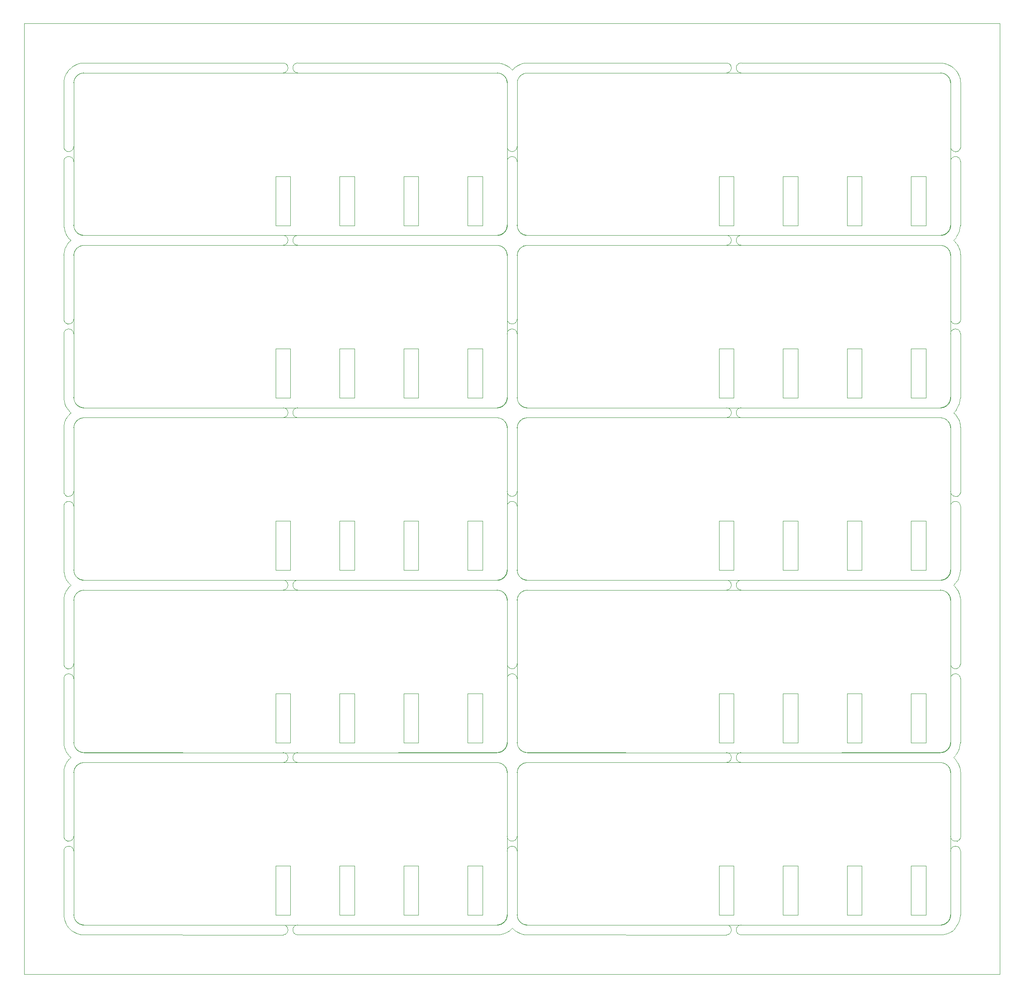
<source format=gbr>
*
%FSLAX26Y26*%
%MOIN*%
%ADD10C,0.000039*%
%IPPOS*%
%LNmil.gbr*%
%LPD*%
G75*
G54D10*
X00476381Y00393701D02*
X03775591D01*
Y01692911D02*
X00476381D01*
X03858271Y01610231D02*
Y00476371D01*
X02007881Y00866141D02*
Y00472441D01*
X02125991D01*
Y00866141D01*
X02007881D01*
X03543311D02*
Y00472441D01*
X03661421D01*
Y00866141D01*
X03543311D01*
X02519691D02*
Y00472441D01*
X02637801D01*
Y00866141D01*
X02519691D01*
X03031501D02*
Y00472441D01*
X03149611D01*
Y00866141D01*
X03031501D01*
X00393701Y00476371D02*
Y01610231D01*
X00393721Y01612231D01*
X00393801Y01614221D01*
X00393921Y01616221D01*
X00394091Y01618211D01*
X00394301Y01620201D01*
X00394571Y01622181D01*
X00394881Y01624151D01*
X00395241Y01626121D01*
X00395651Y01628071D01*
X00396101Y01630021D01*
X00396601Y01631951D01*
X00397151Y01633871D01*
X00397751Y01635781D01*
X00398391Y01637671D01*
X00399071Y01639551D01*
X00399801Y01641411D01*
X00400581Y01643251D01*
X00401401Y01645071D01*
X00402261Y01646871D01*
X00403171Y01648651D01*
X00404121Y01650411D01*
X00405111Y01652151D01*
X00406151Y01653861D01*
X00407221Y01655541D01*
X00408341Y01657201D01*
X00409491Y01658831D01*
X00410681Y01660431D01*
X00411921Y01662001D01*
X00413191Y01663551D01*
X00414491Y01665061D01*
X00415841Y01666541D01*
X00417211Y01667981D01*
X00418631Y01669401D01*
X00420071Y01670771D01*
X00421551Y01672121D01*
X00423061Y01673421D01*
X00424611Y01674691D01*
X00426181Y01675931D01*
X00427781Y01677121D01*
X00429411Y01678271D01*
X00431071Y01679391D01*
X00432751Y01680461D01*
X00434461Y01681501D01*
X00436201Y01682491D01*
X00437961Y01683441D01*
X00439741Y01684351D01*
X00441541Y01685211D01*
X00443361Y01686031D01*
X00445201Y01686811D01*
X00447061Y01687541D01*
X00448941Y01688221D01*
X00450831Y01688861D01*
X00452741Y01689461D01*
X00454661Y01690011D01*
X00456591Y01690511D01*
X00458541Y01690961D01*
X00460491Y01691371D01*
X00462461Y01691731D01*
X00464431Y01692041D01*
X00466411Y01692311D01*
X00468401Y01692521D01*
X00470391Y01692691D01*
X00472391Y01692811D01*
X00474381Y01692891D01*
X00476381Y01692911D01*
X00393701Y00476371D02*
X00393721Y00474371D01*
X00393801Y00472381D01*
X00393921Y00470381D01*
X00394091Y00468391D01*
X00394301Y00466401D01*
X00394571Y00464421D01*
X00394881Y00462451D01*
X00395241Y00460481D01*
X00395651Y00458531D01*
X00396101Y00456581D01*
X00396601Y00454651D01*
X00397151Y00452731D01*
X00397751Y00450821D01*
X00398391Y00448931D01*
X00399071Y00447051D01*
X00399801Y00445191D01*
X00400581Y00443351D01*
X00401401Y00441531D01*
X00402261Y00439731D01*
X00403171Y00437951D01*
X00404121Y00436191D01*
X00405111Y00434451D01*
X00406151Y00432741D01*
X00407221Y00431061D01*
X00408341Y00429401D01*
X00409491Y00427771D01*
X00410681Y00426171D01*
X00411921Y00424601D01*
X00413191Y00423051D01*
X00414491Y00421541D01*
X00415841Y00420061D01*
X00417211Y00418621D01*
X00418631Y00417201D01*
X00420071Y00415831D01*
X00421551Y00414481D01*
X00423061Y00413181D01*
X00424611Y00411911D01*
X00426181Y00410671D01*
X00427781Y00409481D01*
X00429411Y00408331D01*
X00431071Y00407211D01*
X00432751Y00406141D01*
X00434461Y00405101D01*
X00436201Y00404111D01*
X00437961Y00403161D01*
X00439741Y00402251D01*
X00441541Y00401391D01*
X00443361Y00400571D01*
X00445201Y00399791D01*
X00447061Y00399061D01*
X00448941Y00398381D01*
X00450831Y00397741D01*
X00452741Y00397141D01*
X00454661Y00396591D01*
X00456591Y00396091D01*
X00458541Y00395641D01*
X00460491Y00395231D01*
X00462461Y00394871D01*
X00464431Y00394561D01*
X00466411Y00394291D01*
X00468401Y00394081D01*
X00470391Y00393911D01*
X00472391Y00393791D01*
X00474381Y00393711D01*
X00476381Y00393691D01*
X03775591D02*
X03777591Y00393711D01*
X03779581Y00393791D01*
X03781581Y00393911D01*
X03783571Y00394081D01*
X03785561Y00394291D01*
X03787541Y00394561D01*
X03789511Y00394871D01*
X03791481Y00395231D01*
X03793431Y00395641D01*
X03795381Y00396091D01*
X03797311Y00396591D01*
X03799231Y00397141D01*
X03801141Y00397741D01*
X03803031Y00398381D01*
X03804911Y00399061D01*
X03806771Y00399791D01*
X03808611Y00400571D01*
X03810431Y00401391D01*
X03812231Y00402251D01*
X03814011Y00403161D01*
X03815771Y00404111D01*
X03817511Y00405101D01*
X03819221Y00406141D01*
X03820901Y00407211D01*
X03822561Y00408331D01*
X03824191Y00409481D01*
X03825791Y00410671D01*
X03827361Y00411911D01*
X03828911Y00413181D01*
X03830421Y00414481D01*
X03831901Y00415831D01*
X03833341Y00417201D01*
X03834761Y00418621D01*
X03836131Y00420061D01*
X03837481Y00421541D01*
X03838781Y00423051D01*
X03840051Y00424601D01*
X03841291Y00426171D01*
X03842481Y00427771D01*
X03843631Y00429401D01*
X03844751Y00431061D01*
X03845821Y00432741D01*
X03846861Y00434451D01*
X03847851Y00436191D01*
X03848801Y00437951D01*
X03849711Y00439731D01*
X03850571Y00441531D01*
X03851391Y00443351D01*
X03852171Y00445191D01*
X03852901Y00447051D01*
X03853581Y00448931D01*
X03854221Y00450821D01*
X03854821Y00452731D01*
X03855371Y00454651D01*
X03855871Y00456581D01*
X03856321Y00458531D01*
X03856731Y00460481D01*
X03857091Y00462451D01*
X03857401Y00464421D01*
X03857671Y00466401D01*
X03857881Y00468391D01*
X03858051Y00470381D01*
X03858171Y00472381D01*
X03858251Y00474371D01*
X03858271Y00476371D01*
Y01610231D02*
X03858251Y01612231D01*
X03858171Y01614221D01*
X03858051Y01616221D01*
X03857881Y01618211D01*
X03857671Y01620201D01*
X03857401Y01622181D01*
X03857091Y01624151D01*
X03856731Y01626121D01*
X03856321Y01628071D01*
X03855871Y01630021D01*
X03855371Y01631951D01*
X03854821Y01633871D01*
X03854221Y01635781D01*
X03853581Y01637671D01*
X03852901Y01639551D01*
X03852171Y01641411D01*
X03851391Y01643251D01*
X03850571Y01645071D01*
X03849711Y01646871D01*
X03848801Y01648651D01*
X03847851Y01650411D01*
X03846861Y01652151D01*
X03845821Y01653861D01*
X03844751Y01655541D01*
X03843631Y01657201D01*
X03842481Y01658831D01*
X03841291Y01660431D01*
X03840051Y01662001D01*
X03838781Y01663551D01*
X03837481Y01665061D01*
X03836131Y01666541D01*
X03834761Y01667981D01*
X03833341Y01669401D01*
X03831901Y01670771D01*
X03830421Y01672121D01*
X03828911Y01673421D01*
X03827361Y01674691D01*
X03825791Y01675931D01*
X03824191Y01677121D01*
X03822561Y01678271D01*
X03820901Y01679391D01*
X03819221Y01680461D01*
X03817511Y01681501D01*
X03815771Y01682491D01*
X03814011Y01683441D01*
X03812231Y01684351D01*
X03810431Y01685211D01*
X03808611Y01686031D01*
X03806771Y01686811D01*
X03804911Y01687541D01*
X03803031Y01688221D01*
X03801141Y01688861D01*
X03799231Y01689461D01*
X03797311Y01690011D01*
X03795381Y01690511D01*
X03793431Y01690961D01*
X03791481Y01691371D01*
X03789511Y01691731D01*
X03787541Y01692041D01*
X03785561Y01692311D01*
X03783571Y01692521D01*
X03781581Y01692691D01*
X03779581Y01692811D01*
X03777591Y01692891D01*
X03775591Y01692911D01*
X00476381Y01771654D02*
X03775591D01*
Y03070864D02*
X00476381D01*
X03858271Y02988184D02*
Y01854324D01*
X02007881Y02244094D02*
Y01850394D01*
X02125991D01*
Y02244094D01*
X02007881D01*
X03543311D02*
Y01850394D01*
X03661421D01*
Y02244094D01*
X03543311D01*
X02519691D02*
Y01850394D01*
X02637801D01*
Y02244094D01*
X02519691D01*
X03031501D02*
Y01850394D01*
X03149611D01*
Y02244094D01*
X03031501D01*
X00393701Y01854324D02*
Y02988184D01*
X00393721Y02990184D01*
X00393801Y02992174D01*
X00393921Y02994174D01*
X00394091Y02996164D01*
X00394301Y02998154D01*
X00394571Y03000134D01*
X00394881Y03002104D01*
X00395241Y03004074D01*
X00395651Y03006024D01*
X00396101Y03007974D01*
X00396601Y03009904D01*
X00397151Y03011824D01*
X00397751Y03013734D01*
X00398391Y03015624D01*
X00399071Y03017504D01*
X00399801Y03019364D01*
X00400581Y03021204D01*
X00401401Y03023024D01*
X00402261Y03024824D01*
X00403171Y03026604D01*
X00404121Y03028364D01*
X00405111Y03030104D01*
X00406151Y03031814D01*
X00407221Y03033494D01*
X00408341Y03035154D01*
X00409491Y03036784D01*
X00410681Y03038384D01*
X00411921Y03039954D01*
X00413191Y03041504D01*
X00414491Y03043014D01*
X00415841Y03044494D01*
X00417211Y03045934D01*
X00418631Y03047354D01*
X00420071Y03048724D01*
X00421551Y03050074D01*
X00423061Y03051374D01*
X00424611Y03052644D01*
X00426181Y03053884D01*
X00427781Y03055074D01*
X00429411Y03056224D01*
X00431071Y03057344D01*
X00432751Y03058414D01*
X00434461Y03059454D01*
X00436201Y03060444D01*
X00437961Y03061394D01*
X00439741Y03062304D01*
X00441541Y03063164D01*
X00443361Y03063984D01*
X00445201Y03064764D01*
X00447061Y03065494D01*
X00448941Y03066174D01*
X00450831Y03066814D01*
X00452741Y03067414D01*
X00454661Y03067964D01*
X00456591Y03068464D01*
X00458541Y03068914D01*
X00460491Y03069324D01*
X00462461Y03069684D01*
X00464431Y03069994D01*
X00466411Y03070264D01*
X00468401Y03070474D01*
X00470391Y03070644D01*
X00472391Y03070764D01*
X00474381Y03070844D01*
X00476381Y03070864D01*
X00393701Y01854324D02*
X00393721Y01852324D01*
X00393801Y01850334D01*
X00393921Y01848334D01*
X00394091Y01846344D01*
X00394301Y01844354D01*
X00394571Y01842374D01*
X00394881Y01840404D01*
X00395241Y01838434D01*
X00395651Y01836484D01*
X00396101Y01834534D01*
X00396601Y01832604D01*
X00397151Y01830684D01*
X00397751Y01828774D01*
X00398391Y01826884D01*
X00399071Y01825004D01*
X00399801Y01823144D01*
X00400581Y01821304D01*
X00401401Y01819484D01*
X00402261Y01817684D01*
X00403171Y01815904D01*
X00404121Y01814144D01*
X00405111Y01812404D01*
X00406151Y01810694D01*
X00407221Y01809014D01*
X00408341Y01807354D01*
X00409491Y01805724D01*
X00410681Y01804124D01*
X00411921Y01802554D01*
X00413191Y01801004D01*
X00414491Y01799494D01*
X00415841Y01798014D01*
X00417211Y01796574D01*
X00418631Y01795154D01*
X00420071Y01793784D01*
X00421551Y01792434D01*
X00423061Y01791134D01*
X00424611Y01789864D01*
X00426181Y01788624D01*
X00427781Y01787434D01*
X00429411Y01786284D01*
X00431071Y01785164D01*
X00432751Y01784094D01*
X00434461Y01783054D01*
X00436201Y01782064D01*
X00437961Y01781114D01*
X00439741Y01780204D01*
X00441541Y01779344D01*
X00443361Y01778524D01*
X00445201Y01777744D01*
X00447061Y01777014D01*
X00448941Y01776334D01*
X00450831Y01775694D01*
X00452741Y01775094D01*
X00454661Y01774544D01*
X00456591Y01774044D01*
X00458541Y01773594D01*
X00460491Y01773184D01*
X00462461Y01772824D01*
X00464431Y01772514D01*
X00466411Y01772244D01*
X00468401Y01772034D01*
X00470391Y01771864D01*
X00472391Y01771744D01*
X00474381Y01771664D01*
X00476381Y01771644D01*
X03775591D02*
X03777591Y01771664D01*
X03779581Y01771744D01*
X03781581Y01771864D01*
X03783571Y01772034D01*
X03785561Y01772244D01*
X03787541Y01772514D01*
X03789511Y01772824D01*
X03791481Y01773184D01*
X03793431Y01773594D01*
X03795381Y01774044D01*
X03797311Y01774544D01*
X03799231Y01775094D01*
X03801141Y01775694D01*
X03803031Y01776334D01*
X03804911Y01777014D01*
X03806771Y01777744D01*
X03808611Y01778524D01*
X03810431Y01779344D01*
X03812231Y01780204D01*
X03814011Y01781114D01*
X03815771Y01782064D01*
X03817511Y01783054D01*
X03819221Y01784094D01*
X03820901Y01785164D01*
X03822561Y01786284D01*
X03824191Y01787434D01*
X03825791Y01788624D01*
X03827361Y01789864D01*
X03828911Y01791134D01*
X03830421Y01792434D01*
X03831901Y01793784D01*
X03833341Y01795154D01*
X03834761Y01796574D01*
X03836131Y01798014D01*
X03837481Y01799494D01*
X03838781Y01801004D01*
X03840051Y01802554D01*
X03841291Y01804124D01*
X03842481Y01805724D01*
X03843631Y01807354D01*
X03844751Y01809014D01*
X03845821Y01810694D01*
X03846861Y01812404D01*
X03847851Y01814144D01*
X03848801Y01815904D01*
X03849711Y01817684D01*
X03850571Y01819484D01*
X03851391Y01821304D01*
X03852171Y01823144D01*
X03852901Y01825004D01*
X03853581Y01826884D01*
X03854221Y01828774D01*
X03854821Y01830684D01*
X03855371Y01832604D01*
X03855871Y01834534D01*
X03856321Y01836484D01*
X03856731Y01838434D01*
X03857091Y01840404D01*
X03857401Y01842374D01*
X03857671Y01844354D01*
X03857881Y01846344D01*
X03858051Y01848334D01*
X03858171Y01850334D01*
X03858251Y01852324D01*
X03858271Y01854324D01*
Y02988184D02*
X03858251Y02990184D01*
X03858171Y02992174D01*
X03858051Y02994174D01*
X03857881Y02996164D01*
X03857671Y02998154D01*
X03857401Y03000134D01*
X03857091Y03002104D01*
X03856731Y03004074D01*
X03856321Y03006024D01*
X03855871Y03007974D01*
X03855371Y03009904D01*
X03854821Y03011824D01*
X03854221Y03013734D01*
X03853581Y03015624D01*
X03852901Y03017504D01*
X03852171Y03019364D01*
X03851391Y03021204D01*
X03850571Y03023024D01*
X03849711Y03024824D01*
X03848801Y03026604D01*
X03847851Y03028364D01*
X03846861Y03030104D01*
X03845821Y03031814D01*
X03844751Y03033494D01*
X03843631Y03035154D01*
X03842481Y03036784D01*
X03841291Y03038384D01*
X03840051Y03039954D01*
X03838781Y03041504D01*
X03837481Y03043014D01*
X03836131Y03044494D01*
X03834761Y03045934D01*
X03833341Y03047354D01*
X03831901Y03048724D01*
X03830421Y03050074D01*
X03828911Y03051374D01*
X03827361Y03052644D01*
X03825791Y03053884D01*
X03824191Y03055074D01*
X03822561Y03056224D01*
X03820901Y03057344D01*
X03819221Y03058414D01*
X03817511Y03059454D01*
X03815771Y03060444D01*
X03814011Y03061394D01*
X03812231Y03062304D01*
X03810431Y03063164D01*
X03808611Y03063984D01*
X03806771Y03064764D01*
X03804911Y03065494D01*
X03803031Y03066174D01*
X03801141Y03066814D01*
X03799231Y03067414D01*
X03797311Y03067964D01*
X03795381Y03068464D01*
X03793431Y03068914D01*
X03791481Y03069324D01*
X03789511Y03069684D01*
X03787541Y03069994D01*
X03785561Y03070264D01*
X03783571Y03070474D01*
X03781581Y03070644D01*
X03779581Y03070764D01*
X03777591Y03070844D01*
X03775591Y03070864D01*
X00476381Y03149606D02*
X03775591D01*
Y04448816D02*
X00476381D01*
X03858271Y04366136D02*
Y03232276D01*
X02007881Y03622046D02*
Y03228346D01*
X02125991D01*
Y03622046D01*
X02007881D01*
X03543311D02*
Y03228346D01*
X03661421D01*
Y03622046D01*
X03543311D01*
X02519691D02*
Y03228346D01*
X02637801D01*
Y03622046D01*
X02519691D01*
X03031501D02*
Y03228346D01*
X03149611D01*
Y03622046D01*
X03031501D01*
X00393701Y03232276D02*
Y04366136D01*
X00393721Y04368136D01*
X00393801Y04370126D01*
X00393921Y04372126D01*
X00394091Y04374116D01*
X00394301Y04376106D01*
X00394571Y04378086D01*
X00394881Y04380056D01*
X00395241Y04382026D01*
X00395651Y04383976D01*
X00396101Y04385926D01*
X00396601Y04387856D01*
X00397151Y04389776D01*
X00397751Y04391686D01*
X00398391Y04393576D01*
X00399071Y04395456D01*
X00399801Y04397316D01*
X00400581Y04399156D01*
X00401401Y04400976D01*
X00402261Y04402776D01*
X00403171Y04404556D01*
X00404121Y04406316D01*
X00405111Y04408056D01*
X00406151Y04409766D01*
X00407221Y04411446D01*
X00408341Y04413106D01*
X00409491Y04414736D01*
X00410681Y04416336D01*
X00411921Y04417906D01*
X00413191Y04419456D01*
X00414491Y04420966D01*
X00415841Y04422446D01*
X00417211Y04423886D01*
X00418631Y04425306D01*
X00420071Y04426676D01*
X00421551Y04428026D01*
X00423061Y04429326D01*
X00424611Y04430596D01*
X00426181Y04431836D01*
X00427781Y04433026D01*
X00429411Y04434176D01*
X00431071Y04435296D01*
X00432751Y04436366D01*
X00434461Y04437406D01*
X00436201Y04438396D01*
X00437961Y04439346D01*
X00439741Y04440256D01*
X00441541Y04441116D01*
X00443361Y04441936D01*
X00445201Y04442716D01*
X00447061Y04443446D01*
X00448941Y04444126D01*
X00450831Y04444766D01*
X00452741Y04445366D01*
X00454661Y04445916D01*
X00456591Y04446416D01*
X00458541Y04446866D01*
X00460491Y04447276D01*
X00462461Y04447636D01*
X00464431Y04447946D01*
X00466411Y04448216D01*
X00468401Y04448426D01*
X00470391Y04448596D01*
X00472391Y04448716D01*
X00474381Y04448796D01*
X00476381Y04448816D01*
X00393701Y03232276D02*
X00393721Y03230276D01*
X00393801Y03228286D01*
X00393921Y03226286D01*
X00394091Y03224296D01*
X00394301Y03222306D01*
X00394571Y03220326D01*
X00394881Y03218356D01*
X00395241Y03216386D01*
X00395651Y03214436D01*
X00396101Y03212486D01*
X00396601Y03210556D01*
X00397151Y03208636D01*
X00397751Y03206726D01*
X00398391Y03204836D01*
X00399071Y03202956D01*
X00399801Y03201096D01*
X00400581Y03199256D01*
X00401401Y03197436D01*
X00402261Y03195636D01*
X00403171Y03193856D01*
X00404121Y03192096D01*
X00405111Y03190356D01*
X00406151Y03188646D01*
X00407221Y03186966D01*
X00408341Y03185306D01*
X00409491Y03183676D01*
X00410681Y03182076D01*
X00411921Y03180506D01*
X00413191Y03178956D01*
X00414491Y03177446D01*
X00415841Y03175966D01*
X00417211Y03174526D01*
X00418631Y03173106D01*
X00420071Y03171736D01*
X00421551Y03170386D01*
X00423061Y03169086D01*
X00424611Y03167816D01*
X00426181Y03166576D01*
X00427781Y03165386D01*
X00429411Y03164236D01*
X00431071Y03163116D01*
X00432751Y03162046D01*
X00434461Y03161006D01*
X00436201Y03160016D01*
X00437961Y03159066D01*
X00439741Y03158156D01*
X00441541Y03157296D01*
X00443361Y03156476D01*
X00445201Y03155696D01*
X00447061Y03154966D01*
X00448941Y03154286D01*
X00450831Y03153646D01*
X00452741Y03153046D01*
X00454661Y03152496D01*
X00456591Y03151996D01*
X00458541Y03151546D01*
X00460491Y03151136D01*
X00462461Y03150776D01*
X00464431Y03150466D01*
X00466411Y03150196D01*
X00468401Y03149986D01*
X00470391Y03149816D01*
X00472391Y03149696D01*
X00474381Y03149616D01*
X00476381Y03149596D01*
X03775591D02*
X03777591Y03149616D01*
X03779581Y03149696D01*
X03781581Y03149816D01*
X03783571Y03149986D01*
X03785561Y03150196D01*
X03787541Y03150466D01*
X03789511Y03150776D01*
X03791481Y03151136D01*
X03793431Y03151546D01*
X03795381Y03151996D01*
X03797311Y03152496D01*
X03799231Y03153046D01*
X03801141Y03153646D01*
X03803031Y03154286D01*
X03804911Y03154966D01*
X03806771Y03155696D01*
X03808611Y03156476D01*
X03810431Y03157296D01*
X03812231Y03158156D01*
X03814011Y03159066D01*
X03815771Y03160016D01*
X03817511Y03161006D01*
X03819221Y03162046D01*
X03820901Y03163116D01*
X03822561Y03164236D01*
X03824191Y03165386D01*
X03825791Y03166576D01*
X03827361Y03167816D01*
X03828911Y03169086D01*
X03830421Y03170386D01*
X03831901Y03171736D01*
X03833341Y03173106D01*
X03834761Y03174526D01*
X03836131Y03175966D01*
X03837481Y03177446D01*
X03838781Y03178956D01*
X03840051Y03180506D01*
X03841291Y03182076D01*
X03842481Y03183676D01*
X03843631Y03185306D01*
X03844751Y03186966D01*
X03845821Y03188646D01*
X03846861Y03190356D01*
X03847851Y03192096D01*
X03848801Y03193856D01*
X03849711Y03195636D01*
X03850571Y03197436D01*
X03851391Y03199256D01*
X03852171Y03201096D01*
X03852901Y03202956D01*
X03853581Y03204836D01*
X03854221Y03206726D01*
X03854821Y03208636D01*
X03855371Y03210556D01*
X03855871Y03212486D01*
X03856321Y03214436D01*
X03856731Y03216386D01*
X03857091Y03218356D01*
X03857401Y03220326D01*
X03857671Y03222306D01*
X03857881Y03224296D01*
X03858051Y03226286D01*
X03858171Y03228286D01*
X03858251Y03230276D01*
X03858271Y03232276D01*
Y04366136D02*
X03858251Y04368136D01*
X03858171Y04370126D01*
X03858051Y04372126D01*
X03857881Y04374116D01*
X03857671Y04376106D01*
X03857401Y04378086D01*
X03857091Y04380056D01*
X03856731Y04382026D01*
X03856321Y04383976D01*
X03855871Y04385926D01*
X03855371Y04387856D01*
X03854821Y04389776D01*
X03854221Y04391686D01*
X03853581Y04393576D01*
X03852901Y04395456D01*
X03852171Y04397316D01*
X03851391Y04399156D01*
X03850571Y04400976D01*
X03849711Y04402776D01*
X03848801Y04404556D01*
X03847851Y04406316D01*
X03846861Y04408056D01*
X03845821Y04409766D01*
X03844751Y04411446D01*
X03843631Y04413106D01*
X03842481Y04414736D01*
X03841291Y04416336D01*
X03840051Y04417906D01*
X03838781Y04419456D01*
X03837481Y04420966D01*
X03836131Y04422446D01*
X03834761Y04423886D01*
X03833341Y04425306D01*
X03831901Y04426676D01*
X03830421Y04428026D01*
X03828911Y04429326D01*
X03827361Y04430596D01*
X03825791Y04431836D01*
X03824191Y04433026D01*
X03822561Y04434176D01*
X03820901Y04435296D01*
X03819221Y04436366D01*
X03817511Y04437406D01*
X03815771Y04438396D01*
X03814011Y04439346D01*
X03812231Y04440256D01*
X03810431Y04441116D01*
X03808611Y04441936D01*
X03806771Y04442716D01*
X03804911Y04443446D01*
X03803031Y04444126D01*
X03801141Y04444766D01*
X03799231Y04445366D01*
X03797311Y04445916D01*
X03795381Y04446416D01*
X03793431Y04446866D01*
X03791481Y04447276D01*
X03789511Y04447636D01*
X03787541Y04447946D01*
X03785561Y04448216D01*
X03783571Y04448426D01*
X03781581Y04448596D01*
X03779581Y04448716D01*
X03777591Y04448796D01*
X03775591Y04448816D01*
X00476381Y04527559D02*
X03775591D01*
Y05826769D02*
X00476381D01*
X03858271Y05744089D02*
Y04610229D01*
X02007881Y04999999D02*
Y04606299D01*
X02125991D01*
Y04999999D01*
X02007881D01*
X03543311D02*
Y04606299D01*
X03661421D01*
Y04999999D01*
X03543311D01*
X02519691D02*
Y04606299D01*
X02637801D01*
Y04999999D01*
X02519691D01*
X03031501D02*
Y04606299D01*
X03149611D01*
Y04999999D01*
X03031501D01*
X00393701Y04610229D02*
Y05744089D01*
X00393721Y05746089D01*
X00393801Y05748079D01*
X00393921Y05750079D01*
X00394091Y05752069D01*
X00394301Y05754059D01*
X00394571Y05756039D01*
X00394881Y05758009D01*
X00395241Y05759979D01*
X00395651Y05761929D01*
X00396101Y05763879D01*
X00396601Y05765809D01*
X00397151Y05767729D01*
X00397751Y05769639D01*
X00398391Y05771529D01*
X00399071Y05773409D01*
X00399801Y05775269D01*
X00400581Y05777109D01*
X00401401Y05778929D01*
X00402261Y05780729D01*
X00403171Y05782509D01*
X00404121Y05784269D01*
X00405111Y05786009D01*
X00406151Y05787719D01*
X00407221Y05789399D01*
X00408341Y05791059D01*
X00409491Y05792689D01*
X00410681Y05794289D01*
X00411921Y05795859D01*
X00413191Y05797409D01*
X00414491Y05798919D01*
X00415841Y05800399D01*
X00417211Y05801839D01*
X00418631Y05803259D01*
X00420071Y05804629D01*
X00421551Y05805979D01*
X00423061Y05807279D01*
X00424611Y05808549D01*
X00426181Y05809789D01*
X00427781Y05810979D01*
X00429411Y05812129D01*
X00431071Y05813249D01*
X00432751Y05814319D01*
X00434461Y05815359D01*
X00436201Y05816349D01*
X00437961Y05817299D01*
X00439741Y05818209D01*
X00441541Y05819069D01*
X00443361Y05819889D01*
X00445201Y05820669D01*
X00447061Y05821399D01*
X00448941Y05822079D01*
X00450831Y05822719D01*
X00452741Y05823319D01*
X00454661Y05823869D01*
X00456591Y05824369D01*
X00458541Y05824819D01*
X00460491Y05825229D01*
X00462461Y05825589D01*
X00464431Y05825899D01*
X00466411Y05826169D01*
X00468401Y05826379D01*
X00470391Y05826549D01*
X00472391Y05826669D01*
X00474381Y05826749D01*
X00476381Y05826769D01*
X00393701Y04610229D02*
X00393721Y04608229D01*
X00393801Y04606239D01*
X00393921Y04604239D01*
X00394091Y04602249D01*
X00394301Y04600259D01*
X00394571Y04598279D01*
X00394881Y04596309D01*
X00395241Y04594339D01*
X00395651Y04592389D01*
X00396101Y04590439D01*
X00396601Y04588509D01*
X00397151Y04586589D01*
X00397751Y04584679D01*
X00398391Y04582789D01*
X00399071Y04580909D01*
X00399801Y04579049D01*
X00400581Y04577209D01*
X00401401Y04575389D01*
X00402261Y04573589D01*
X00403171Y04571809D01*
X00404121Y04570049D01*
X00405111Y04568309D01*
X00406151Y04566599D01*
X00407221Y04564919D01*
X00408341Y04563259D01*
X00409491Y04561629D01*
X00410681Y04560029D01*
X00411921Y04558459D01*
X00413191Y04556909D01*
X00414491Y04555399D01*
X00415841Y04553919D01*
X00417211Y04552479D01*
X00418631Y04551059D01*
X00420071Y04549689D01*
X00421551Y04548339D01*
X00423061Y04547039D01*
X00424611Y04545769D01*
X00426181Y04544529D01*
X00427781Y04543339D01*
X00429411Y04542189D01*
X00431071Y04541069D01*
X00432751Y04539999D01*
X00434461Y04538959D01*
X00436201Y04537969D01*
X00437961Y04537019D01*
X00439741Y04536109D01*
X00441541Y04535249D01*
X00443361Y04534429D01*
X00445201Y04533649D01*
X00447061Y04532919D01*
X00448941Y04532239D01*
X00450831Y04531599D01*
X00452741Y04530999D01*
X00454661Y04530449D01*
X00456591Y04529949D01*
X00458541Y04529499D01*
X00460491Y04529089D01*
X00462461Y04528729D01*
X00464431Y04528419D01*
X00466411Y04528149D01*
X00468401Y04527939D01*
X00470391Y04527769D01*
X00472391Y04527649D01*
X00474381Y04527569D01*
X00476381Y04527549D01*
X03775591D02*
X03777591Y04527569D01*
X03779581Y04527649D01*
X03781581Y04527769D01*
X03783571Y04527939D01*
X03785561Y04528149D01*
X03787541Y04528419D01*
X03789511Y04528729D01*
X03791481Y04529089D01*
X03793431Y04529499D01*
X03795381Y04529949D01*
X03797311Y04530449D01*
X03799231Y04530999D01*
X03801141Y04531599D01*
X03803031Y04532239D01*
X03804911Y04532919D01*
X03806771Y04533649D01*
X03808611Y04534429D01*
X03810431Y04535249D01*
X03812231Y04536109D01*
X03814011Y04537019D01*
X03815771Y04537969D01*
X03817511Y04538959D01*
X03819221Y04539999D01*
X03820901Y04541069D01*
X03822561Y04542189D01*
X03824191Y04543339D01*
X03825791Y04544529D01*
X03827361Y04545769D01*
X03828911Y04547039D01*
X03830421Y04548339D01*
X03831901Y04549689D01*
X03833341Y04551059D01*
X03834761Y04552479D01*
X03836131Y04553919D01*
X03837481Y04555399D01*
X03838781Y04556909D01*
X03840051Y04558459D01*
X03841291Y04560029D01*
X03842481Y04561629D01*
X03843631Y04563259D01*
X03844751Y04564919D01*
X03845821Y04566599D01*
X03846861Y04568309D01*
X03847851Y04570049D01*
X03848801Y04571809D01*
X03849711Y04573589D01*
X03850571Y04575389D01*
X03851391Y04577209D01*
X03852171Y04579049D01*
X03852901Y04580909D01*
X03853581Y04582789D01*
X03854221Y04584679D01*
X03854821Y04586589D01*
X03855371Y04588509D01*
X03855871Y04590439D01*
X03856321Y04592389D01*
X03856731Y04594339D01*
X03857091Y04596309D01*
X03857401Y04598279D01*
X03857671Y04600259D01*
X03857881Y04602249D01*
X03858051Y04604239D01*
X03858171Y04606239D01*
X03858251Y04608229D01*
X03858271Y04610229D01*
Y05744089D02*
X03858251Y05746089D01*
X03858171Y05748079D01*
X03858051Y05750079D01*
X03857881Y05752069D01*
X03857671Y05754059D01*
X03857401Y05756039D01*
X03857091Y05758009D01*
X03856731Y05759979D01*
X03856321Y05761929D01*
X03855871Y05763879D01*
X03855371Y05765809D01*
X03854821Y05767729D01*
X03854221Y05769639D01*
X03853581Y05771529D01*
X03852901Y05773409D01*
X03852171Y05775269D01*
X03851391Y05777109D01*
X03850571Y05778929D01*
X03849711Y05780729D01*
X03848801Y05782509D01*
X03847851Y05784269D01*
X03846861Y05786009D01*
X03845821Y05787719D01*
X03844751Y05789399D01*
X03843631Y05791059D01*
X03842481Y05792689D01*
X03841291Y05794289D01*
X03840051Y05795859D01*
X03838781Y05797409D01*
X03837481Y05798919D01*
X03836131Y05800399D01*
X03834761Y05801839D01*
X03833341Y05803259D01*
X03831901Y05804629D01*
X03830421Y05805979D01*
X03828911Y05807279D01*
X03827361Y05808549D01*
X03825791Y05809789D01*
X03824191Y05810979D01*
X03822561Y05812129D01*
X03820901Y05813249D01*
X03819221Y05814319D01*
X03817511Y05815359D01*
X03815771Y05816349D01*
X03814011Y05817299D01*
X03812231Y05818209D01*
X03810431Y05819069D01*
X03808611Y05819889D01*
X03806771Y05820669D01*
X03804911Y05821399D01*
X03803031Y05822079D01*
X03801141Y05822719D01*
X03799231Y05823319D01*
X03797311Y05823869D01*
X03795381Y05824369D01*
X03793431Y05824819D01*
X03791481Y05825229D01*
X03789511Y05825589D01*
X03787541Y05825899D01*
X03785561Y05826169D01*
X03783571Y05826379D01*
X03781581Y05826549D01*
X03779581Y05826669D01*
X03777591Y05826749D01*
X03775591Y05826769D01*
X00476381Y05905512D02*
X03775591D01*
Y07204722D02*
X00476381D01*
X03858271Y07122042D02*
Y05988182D01*
X02007881Y06377952D02*
Y05984252D01*
X02125991D01*
Y06377952D01*
X02007881D01*
X03543311D02*
Y05984252D01*
X03661421D01*
Y06377952D01*
X03543311D01*
X02519691D02*
Y05984252D01*
X02637801D01*
Y06377952D01*
X02519691D01*
X03031501D02*
Y05984252D01*
X03149611D01*
Y06377952D01*
X03031501D01*
X00393701Y05988182D02*
Y07122042D01*
X00393721Y07124042D01*
X00393801Y07126032D01*
X00393921Y07128032D01*
X00394091Y07130022D01*
X00394301Y07132012D01*
X00394571Y07133992D01*
X00394881Y07135962D01*
X00395241Y07137932D01*
X00395651Y07139882D01*
X00396101Y07141832D01*
X00396601Y07143762D01*
X00397151Y07145682D01*
X00397751Y07147592D01*
X00398391Y07149482D01*
X00399071Y07151362D01*
X00399801Y07153222D01*
X00400581Y07155062D01*
X00401401Y07156882D01*
X00402261Y07158682D01*
X00403171Y07160462D01*
X00404121Y07162222D01*
X00405111Y07163962D01*
X00406151Y07165672D01*
X00407221Y07167352D01*
X00408341Y07169012D01*
X00409491Y07170642D01*
X00410681Y07172242D01*
X00411921Y07173812D01*
X00413191Y07175362D01*
X00414491Y07176872D01*
X00415841Y07178352D01*
X00417211Y07179792D01*
X00418631Y07181212D01*
X00420071Y07182582D01*
X00421551Y07183932D01*
X00423061Y07185232D01*
X00424611Y07186502D01*
X00426181Y07187742D01*
X00427781Y07188932D01*
X00429411Y07190082D01*
X00431071Y07191202D01*
X00432751Y07192272D01*
X00434461Y07193312D01*
X00436201Y07194302D01*
X00437961Y07195252D01*
X00439741Y07196162D01*
X00441541Y07197022D01*
X00443361Y07197842D01*
X00445201Y07198622D01*
X00447061Y07199352D01*
X00448941Y07200032D01*
X00450831Y07200672D01*
X00452741Y07201272D01*
X00454661Y07201822D01*
X00456591Y07202322D01*
X00458541Y07202772D01*
X00460491Y07203182D01*
X00462461Y07203542D01*
X00464431Y07203852D01*
X00466411Y07204122D01*
X00468401Y07204332D01*
X00470391Y07204502D01*
X00472391Y07204622D01*
X00474381Y07204702D01*
X00476381Y07204722D01*
X00393701Y05988182D02*
X00393721Y05986182D01*
X00393801Y05984192D01*
X00393921Y05982192D01*
X00394091Y05980202D01*
X00394301Y05978212D01*
X00394571Y05976232D01*
X00394881Y05974262D01*
X00395241Y05972292D01*
X00395651Y05970342D01*
X00396101Y05968392D01*
X00396601Y05966462D01*
X00397151Y05964542D01*
X00397751Y05962632D01*
X00398391Y05960742D01*
X00399071Y05958862D01*
X00399801Y05957002D01*
X00400581Y05955162D01*
X00401401Y05953342D01*
X00402261Y05951542D01*
X00403171Y05949762D01*
X00404121Y05948002D01*
X00405111Y05946262D01*
X00406151Y05944552D01*
X00407221Y05942872D01*
X00408341Y05941212D01*
X00409491Y05939582D01*
X00410681Y05937982D01*
X00411921Y05936412D01*
X00413191Y05934862D01*
X00414491Y05933352D01*
X00415841Y05931872D01*
X00417211Y05930432D01*
X00418631Y05929012D01*
X00420071Y05927642D01*
X00421551Y05926292D01*
X00423061Y05924992D01*
X00424611Y05923722D01*
X00426181Y05922482D01*
X00427781Y05921292D01*
X00429411Y05920142D01*
X00431071Y05919022D01*
X00432751Y05917952D01*
X00434461Y05916912D01*
X00436201Y05915922D01*
X00437961Y05914972D01*
X00439741Y05914062D01*
X00441541Y05913202D01*
X00443361Y05912382D01*
X00445201Y05911602D01*
X00447061Y05910872D01*
X00448941Y05910192D01*
X00450831Y05909552D01*
X00452741Y05908952D01*
X00454661Y05908402D01*
X00456591Y05907902D01*
X00458541Y05907452D01*
X00460491Y05907042D01*
X00462461Y05906682D01*
X00464431Y05906372D01*
X00466411Y05906102D01*
X00468401Y05905892D01*
X00470391Y05905722D01*
X00472391Y05905602D01*
X00474381Y05905522D01*
X00476381Y05905502D01*
X03775591D02*
X03777591Y05905522D01*
X03779581Y05905602D01*
X03781581Y05905722D01*
X03783571Y05905892D01*
X03785561Y05906102D01*
X03787541Y05906372D01*
X03789511Y05906682D01*
X03791481Y05907042D01*
X03793431Y05907452D01*
X03795381Y05907902D01*
X03797311Y05908402D01*
X03799231Y05908952D01*
X03801141Y05909552D01*
X03803031Y05910192D01*
X03804911Y05910872D01*
X03806771Y05911602D01*
X03808611Y05912382D01*
X03810431Y05913202D01*
X03812231Y05914062D01*
X03814011Y05914972D01*
X03815771Y05915922D01*
X03817511Y05916912D01*
X03819221Y05917952D01*
X03820901Y05919022D01*
X03822561Y05920142D01*
X03824191Y05921292D01*
X03825791Y05922482D01*
X03827361Y05923722D01*
X03828911Y05924992D01*
X03830421Y05926292D01*
X03831901Y05927642D01*
X03833341Y05929012D01*
X03834761Y05930432D01*
X03836131Y05931872D01*
X03837481Y05933352D01*
X03838781Y05934862D01*
X03840051Y05936412D01*
X03841291Y05937982D01*
X03842481Y05939582D01*
X03843631Y05941212D01*
X03844751Y05942872D01*
X03845821Y05944552D01*
X03846861Y05946262D01*
X03847851Y05948002D01*
X03848801Y05949762D01*
X03849711Y05951542D01*
X03850571Y05953342D01*
X03851391Y05955162D01*
X03852171Y05957002D01*
X03852901Y05958862D01*
X03853581Y05960742D01*
X03854221Y05962632D01*
X03854821Y05964542D01*
X03855371Y05966462D01*
X03855871Y05968392D01*
X03856321Y05970342D01*
X03856731Y05972292D01*
X03857091Y05974262D01*
X03857401Y05976232D01*
X03857671Y05978212D01*
X03857881Y05980202D01*
X03858051Y05982192D01*
X03858171Y05984192D01*
X03858251Y05986182D01*
X03858271Y05988182D01*
Y07122042D02*
X03858251Y07124042D01*
X03858171Y07126032D01*
X03858051Y07128032D01*
X03857881Y07130022D01*
X03857671Y07132012D01*
X03857401Y07133992D01*
X03857091Y07135962D01*
X03856731Y07137932D01*
X03856321Y07139882D01*
X03855871Y07141832D01*
X03855371Y07143762D01*
X03854821Y07145682D01*
X03854221Y07147592D01*
X03853581Y07149482D01*
X03852901Y07151362D01*
X03852171Y07153222D01*
X03851391Y07155062D01*
X03850571Y07156882D01*
X03849711Y07158682D01*
X03848801Y07160462D01*
X03847851Y07162222D01*
X03846861Y07163962D01*
X03845821Y07165672D01*
X03844751Y07167352D01*
X03843631Y07169012D01*
X03842481Y07170642D01*
X03841291Y07172242D01*
X03840051Y07173812D01*
X03838781Y07175362D01*
X03837481Y07176872D01*
X03836131Y07178352D01*
X03834761Y07179792D01*
X03833341Y07181212D01*
X03831901Y07182582D01*
X03830421Y07183932D01*
X03828911Y07185232D01*
X03827361Y07186502D01*
X03825791Y07187742D01*
X03824191Y07188932D01*
X03822561Y07190082D01*
X03820901Y07191202D01*
X03819221Y07192272D01*
X03817511Y07193312D01*
X03815771Y07194302D01*
X03814011Y07195252D01*
X03812231Y07196162D01*
X03810431Y07197022D01*
X03808611Y07197842D01*
X03806771Y07198622D01*
X03804911Y07199352D01*
X03803031Y07200032D01*
X03801141Y07200672D01*
X03799231Y07201272D01*
X03797311Y07201822D01*
X03795381Y07202322D01*
X03793431Y07202772D01*
X03791481Y07203182D01*
X03789511Y07203542D01*
X03787541Y07203852D01*
X03785561Y07204122D01*
X03783571Y07204332D01*
X03781581Y07204502D01*
X03779581Y07204622D01*
X03777591Y07204702D01*
X03775591Y07204722D01*
X04019688Y00393701D02*
X07318898D01*
Y01692911D02*
X04019688D01*
X07401578Y01610231D02*
Y00476371D01*
X05551188Y00866141D02*
Y00472441D01*
X05669298D01*
Y00866141D01*
X05551188D01*
X07086618D02*
Y00472441D01*
X07204728D01*
Y00866141D01*
X07086618D01*
X06062998D02*
Y00472441D01*
X06181108D01*
Y00866141D01*
X06062998D01*
X06574808D02*
Y00472441D01*
X06692918D01*
Y00866141D01*
X06574808D01*
X03937008Y00476371D02*
Y01610231D01*
X03937028Y01612231D01*
X03937108Y01614221D01*
X03937228Y01616221D01*
X03937398Y01618211D01*
X03937608Y01620201D01*
X03937878Y01622181D01*
X03938188Y01624151D01*
X03938548Y01626121D01*
X03938958Y01628071D01*
X03939408Y01630021D01*
X03939908Y01631951D01*
X03940458Y01633871D01*
X03941058Y01635781D01*
X03941698Y01637671D01*
X03942378Y01639551D01*
X03943108Y01641411D01*
X03943888Y01643251D01*
X03944708Y01645071D01*
X03945568Y01646871D01*
X03946478Y01648651D01*
X03947428Y01650411D01*
X03948418Y01652151D01*
X03949458Y01653861D01*
X03950528Y01655541D01*
X03951648Y01657201D01*
X03952798Y01658831D01*
X03953988Y01660431D01*
X03955228Y01662001D01*
X03956498Y01663551D01*
X03957798Y01665061D01*
X03959148Y01666541D01*
X03960518Y01667981D01*
X03961938Y01669401D01*
X03963378Y01670771D01*
X03964858Y01672121D01*
X03966368Y01673421D01*
X03967918Y01674691D01*
X03969488Y01675931D01*
X03971088Y01677121D01*
X03972718Y01678271D01*
X03974378Y01679391D01*
X03976058Y01680461D01*
X03977768Y01681501D01*
X03979508Y01682491D01*
X03981268Y01683441D01*
X03983048Y01684351D01*
X03984848Y01685211D01*
X03986668Y01686031D01*
X03988508Y01686811D01*
X03990368Y01687541D01*
X03992248Y01688221D01*
X03994138Y01688861D01*
X03996048Y01689461D01*
X03997968Y01690011D01*
X03999898Y01690511D01*
X04001848Y01690961D01*
X04003798Y01691371D01*
X04005768Y01691731D01*
X04007738Y01692041D01*
X04009718Y01692311D01*
X04011708Y01692521D01*
X04013698Y01692691D01*
X04015698Y01692811D01*
X04017688Y01692891D01*
X04019688Y01692911D01*
X03937008Y00476371D02*
X03937028Y00474371D01*
X03937108Y00472381D01*
X03937228Y00470381D01*
X03937398Y00468391D01*
X03937608Y00466401D01*
X03937878Y00464421D01*
X03938188Y00462451D01*
X03938548Y00460481D01*
X03938958Y00458531D01*
X03939408Y00456581D01*
X03939908Y00454651D01*
X03940458Y00452731D01*
X03941058Y00450821D01*
X03941698Y00448931D01*
X03942378Y00447051D01*
X03943108Y00445191D01*
X03943888Y00443351D01*
X03944708Y00441531D01*
X03945568Y00439731D01*
X03946478Y00437951D01*
X03947428Y00436191D01*
X03948418Y00434451D01*
X03949458Y00432741D01*
X03950528Y00431061D01*
X03951648Y00429401D01*
X03952798Y00427771D01*
X03953988Y00426171D01*
X03955228Y00424601D01*
X03956498Y00423051D01*
X03957798Y00421541D01*
X03959148Y00420061D01*
X03960518Y00418621D01*
X03961938Y00417201D01*
X03963378Y00415831D01*
X03964858Y00414481D01*
X03966368Y00413181D01*
X03967918Y00411911D01*
X03969488Y00410671D01*
X03971088Y00409481D01*
X03972718Y00408331D01*
X03974378Y00407211D01*
X03976058Y00406141D01*
X03977768Y00405101D01*
X03979508Y00404111D01*
X03981268Y00403161D01*
X03983048Y00402251D01*
X03984848Y00401391D01*
X03986668Y00400571D01*
X03988508Y00399791D01*
X03990368Y00399061D01*
X03992248Y00398381D01*
X03994138Y00397741D01*
X03996048Y00397141D01*
X03997968Y00396591D01*
X03999898Y00396091D01*
X04001848Y00395641D01*
X04003798Y00395231D01*
X04005768Y00394871D01*
X04007738Y00394561D01*
X04009718Y00394291D01*
X04011708Y00394081D01*
X04013698Y00393911D01*
X04015698Y00393791D01*
X04017688Y00393711D01*
X04019688Y00393691D01*
X07318898D02*
X07320898Y00393711D01*
X07322888Y00393791D01*
X07324888Y00393911D01*
X07326878Y00394081D01*
X07328868Y00394291D01*
X07330848Y00394561D01*
X07332818Y00394871D01*
X07334788Y00395231D01*
X07336738Y00395641D01*
X07338688Y00396091D01*
X07340618Y00396591D01*
X07342538Y00397141D01*
X07344448Y00397741D01*
X07346338Y00398381D01*
X07348218Y00399061D01*
X07350078Y00399791D01*
X07351918Y00400571D01*
X07353738Y00401391D01*
X07355538Y00402251D01*
X07357318Y00403161D01*
X07359078Y00404111D01*
X07360818Y00405101D01*
X07362528Y00406141D01*
X07364208Y00407211D01*
X07365868Y00408331D01*
X07367498Y00409481D01*
X07369098Y00410671D01*
X07370668Y00411911D01*
X07372218Y00413181D01*
X07373728Y00414481D01*
X07375208Y00415831D01*
X07376648Y00417201D01*
X07378068Y00418621D01*
X07379438Y00420061D01*
X07380788Y00421541D01*
X07382088Y00423051D01*
X07383358Y00424601D01*
X07384598Y00426171D01*
X07385788Y00427771D01*
X07386938Y00429401D01*
X07388058Y00431061D01*
X07389128Y00432741D01*
X07390168Y00434451D01*
X07391158Y00436191D01*
X07392108Y00437951D01*
X07393018Y00439731D01*
X07393878Y00441531D01*
X07394698Y00443351D01*
X07395478Y00445191D01*
X07396208Y00447051D01*
X07396888Y00448931D01*
X07397528Y00450821D01*
X07398128Y00452731D01*
X07398678Y00454651D01*
X07399178Y00456581D01*
X07399628Y00458531D01*
X07400038Y00460481D01*
X07400398Y00462451D01*
X07400708Y00464421D01*
X07400978Y00466401D01*
X07401188Y00468391D01*
X07401358Y00470381D01*
X07401478Y00472381D01*
X07401558Y00474371D01*
X07401578Y00476371D01*
Y01610231D02*
X07401558Y01612231D01*
X07401478Y01614221D01*
X07401358Y01616221D01*
X07401188Y01618211D01*
X07400978Y01620201D01*
X07400708Y01622181D01*
X07400398Y01624151D01*
X07400038Y01626121D01*
X07399628Y01628071D01*
X07399178Y01630021D01*
X07398678Y01631951D01*
X07398128Y01633871D01*
X07397528Y01635781D01*
X07396888Y01637671D01*
X07396208Y01639551D01*
X07395478Y01641411D01*
X07394698Y01643251D01*
X07393878Y01645071D01*
X07393018Y01646871D01*
X07392108Y01648651D01*
X07391158Y01650411D01*
X07390168Y01652151D01*
X07389128Y01653861D01*
X07388058Y01655541D01*
X07386938Y01657201D01*
X07385788Y01658831D01*
X07384598Y01660431D01*
X07383358Y01662001D01*
X07382088Y01663551D01*
X07380788Y01665061D01*
X07379438Y01666541D01*
X07378068Y01667981D01*
X07376648Y01669401D01*
X07375208Y01670771D01*
X07373728Y01672121D01*
X07372218Y01673421D01*
X07370668Y01674691D01*
X07369098Y01675931D01*
X07367498Y01677121D01*
X07365868Y01678271D01*
X07364208Y01679391D01*
X07362528Y01680461D01*
X07360818Y01681501D01*
X07359078Y01682491D01*
X07357318Y01683441D01*
X07355538Y01684351D01*
X07353738Y01685211D01*
X07351918Y01686031D01*
X07350078Y01686811D01*
X07348218Y01687541D01*
X07346338Y01688221D01*
X07344448Y01688861D01*
X07342538Y01689461D01*
X07340618Y01690011D01*
X07338688Y01690511D01*
X07336738Y01690961D01*
X07334788Y01691371D01*
X07332818Y01691731D01*
X07330848Y01692041D01*
X07328868Y01692311D01*
X07326878Y01692521D01*
X07324888Y01692691D01*
X07322888Y01692811D01*
X07320898Y01692891D01*
X07318898Y01692911D01*
X04019688Y01771654D02*
X07318898D01*
Y03070864D02*
X04019688D01*
X07401578Y02988184D02*
Y01854324D01*
X05551188Y02244094D02*
Y01850394D01*
X05669298D01*
Y02244094D01*
X05551188D01*
X07086618D02*
Y01850394D01*
X07204728D01*
Y02244094D01*
X07086618D01*
X06062998D02*
Y01850394D01*
X06181108D01*
Y02244094D01*
X06062998D01*
X06574808D02*
Y01850394D01*
X06692918D01*
Y02244094D01*
X06574808D01*
X03937008Y01854324D02*
Y02988184D01*
X03937028Y02990184D01*
X03937108Y02992174D01*
X03937228Y02994174D01*
X03937398Y02996164D01*
X03937608Y02998154D01*
X03937878Y03000134D01*
X03938188Y03002104D01*
X03938548Y03004074D01*
X03938958Y03006024D01*
X03939408Y03007974D01*
X03939908Y03009904D01*
X03940458Y03011824D01*
X03941058Y03013734D01*
X03941698Y03015624D01*
X03942378Y03017504D01*
X03943108Y03019364D01*
X03943888Y03021204D01*
X03944708Y03023024D01*
X03945568Y03024824D01*
X03946478Y03026604D01*
X03947428Y03028364D01*
X03948418Y03030104D01*
X03949458Y03031814D01*
X03950528Y03033494D01*
X03951648Y03035154D01*
X03952798Y03036784D01*
X03953988Y03038384D01*
X03955228Y03039954D01*
X03956498Y03041504D01*
X03957798Y03043014D01*
X03959148Y03044494D01*
X03960518Y03045934D01*
X03961938Y03047354D01*
X03963378Y03048724D01*
X03964858Y03050074D01*
X03966368Y03051374D01*
X03967918Y03052644D01*
X03969488Y03053884D01*
X03971088Y03055074D01*
X03972718Y03056224D01*
X03974378Y03057344D01*
X03976058Y03058414D01*
X03977768Y03059454D01*
X03979508Y03060444D01*
X03981268Y03061394D01*
X03983048Y03062304D01*
X03984848Y03063164D01*
X03986668Y03063984D01*
X03988508Y03064764D01*
X03990368Y03065494D01*
X03992248Y03066174D01*
X03994138Y03066814D01*
X03996048Y03067414D01*
X03997968Y03067964D01*
X03999898Y03068464D01*
X04001848Y03068914D01*
X04003798Y03069324D01*
X04005768Y03069684D01*
X04007738Y03069994D01*
X04009718Y03070264D01*
X04011708Y03070474D01*
X04013698Y03070644D01*
X04015698Y03070764D01*
X04017688Y03070844D01*
X04019688Y03070864D01*
X03937008Y01854324D02*
X03937028Y01852324D01*
X03937108Y01850334D01*
X03937228Y01848334D01*
X03937398Y01846344D01*
X03937608Y01844354D01*
X03937878Y01842374D01*
X03938188Y01840404D01*
X03938548Y01838434D01*
X03938958Y01836484D01*
X03939408Y01834534D01*
X03939908Y01832604D01*
X03940458Y01830684D01*
X03941058Y01828774D01*
X03941698Y01826884D01*
X03942378Y01825004D01*
X03943108Y01823144D01*
X03943888Y01821304D01*
X03944708Y01819484D01*
X03945568Y01817684D01*
X03946478Y01815904D01*
X03947428Y01814144D01*
X03948418Y01812404D01*
X03949458Y01810694D01*
X03950528Y01809014D01*
X03951648Y01807354D01*
X03952798Y01805724D01*
X03953988Y01804124D01*
X03955228Y01802554D01*
X03956498Y01801004D01*
X03957798Y01799494D01*
X03959148Y01798014D01*
X03960518Y01796574D01*
X03961938Y01795154D01*
X03963378Y01793784D01*
X03964858Y01792434D01*
X03966368Y01791134D01*
X03967918Y01789864D01*
X03969488Y01788624D01*
X03971088Y01787434D01*
X03972718Y01786284D01*
X03974378Y01785164D01*
X03976058Y01784094D01*
X03977768Y01783054D01*
X03979508Y01782064D01*
X03981268Y01781114D01*
X03983048Y01780204D01*
X03984848Y01779344D01*
X03986668Y01778524D01*
X03988508Y01777744D01*
X03990368Y01777014D01*
X03992248Y01776334D01*
X03994138Y01775694D01*
X03996048Y01775094D01*
X03997968Y01774544D01*
X03999898Y01774044D01*
X04001848Y01773594D01*
X04003798Y01773184D01*
X04005768Y01772824D01*
X04007738Y01772514D01*
X04009718Y01772244D01*
X04011708Y01772034D01*
X04013698Y01771864D01*
X04015698Y01771744D01*
X04017688Y01771664D01*
X04019688Y01771644D01*
X07318898D02*
X07320898Y01771664D01*
X07322888Y01771744D01*
X07324888Y01771864D01*
X07326878Y01772034D01*
X07328868Y01772244D01*
X07330848Y01772514D01*
X07332818Y01772824D01*
X07334788Y01773184D01*
X07336738Y01773594D01*
X07338688Y01774044D01*
X07340618Y01774544D01*
X07342538Y01775094D01*
X07344448Y01775694D01*
X07346338Y01776334D01*
X07348218Y01777014D01*
X07350078Y01777744D01*
X07351918Y01778524D01*
X07353738Y01779344D01*
X07355538Y01780204D01*
X07357318Y01781114D01*
X07359078Y01782064D01*
X07360818Y01783054D01*
X07362528Y01784094D01*
X07364208Y01785164D01*
X07365868Y01786284D01*
X07367498Y01787434D01*
X07369098Y01788624D01*
X07370668Y01789864D01*
X07372218Y01791134D01*
X07373728Y01792434D01*
X07375208Y01793784D01*
X07376648Y01795154D01*
X07378068Y01796574D01*
X07379438Y01798014D01*
X07380788Y01799494D01*
X07382088Y01801004D01*
X07383358Y01802554D01*
X07384598Y01804124D01*
X07385788Y01805724D01*
X07386938Y01807354D01*
X07388058Y01809014D01*
X07389128Y01810694D01*
X07390168Y01812404D01*
X07391158Y01814144D01*
X07392108Y01815904D01*
X07393018Y01817684D01*
X07393878Y01819484D01*
X07394698Y01821304D01*
X07395478Y01823144D01*
X07396208Y01825004D01*
X07396888Y01826884D01*
X07397528Y01828774D01*
X07398128Y01830684D01*
X07398678Y01832604D01*
X07399178Y01834534D01*
X07399628Y01836484D01*
X07400038Y01838434D01*
X07400398Y01840404D01*
X07400708Y01842374D01*
X07400978Y01844354D01*
X07401188Y01846344D01*
X07401358Y01848334D01*
X07401478Y01850334D01*
X07401558Y01852324D01*
X07401578Y01854324D01*
Y02988184D02*
X07401558Y02990184D01*
X07401478Y02992174D01*
X07401358Y02994174D01*
X07401188Y02996164D01*
X07400978Y02998154D01*
X07400708Y03000134D01*
X07400398Y03002104D01*
X07400038Y03004074D01*
X07399628Y03006024D01*
X07399178Y03007974D01*
X07398678Y03009904D01*
X07398128Y03011824D01*
X07397528Y03013734D01*
X07396888Y03015624D01*
X07396208Y03017504D01*
X07395478Y03019364D01*
X07394698Y03021204D01*
X07393878Y03023024D01*
X07393018Y03024824D01*
X07392108Y03026604D01*
X07391158Y03028364D01*
X07390168Y03030104D01*
X07389128Y03031814D01*
X07388058Y03033494D01*
X07386938Y03035154D01*
X07385788Y03036784D01*
X07384598Y03038384D01*
X07383358Y03039954D01*
X07382088Y03041504D01*
X07380788Y03043014D01*
X07379438Y03044494D01*
X07378068Y03045934D01*
X07376648Y03047354D01*
X07375208Y03048724D01*
X07373728Y03050074D01*
X07372218Y03051374D01*
X07370668Y03052644D01*
X07369098Y03053884D01*
X07367498Y03055074D01*
X07365868Y03056224D01*
X07364208Y03057344D01*
X07362528Y03058414D01*
X07360818Y03059454D01*
X07359078Y03060444D01*
X07357318Y03061394D01*
X07355538Y03062304D01*
X07353738Y03063164D01*
X07351918Y03063984D01*
X07350078Y03064764D01*
X07348218Y03065494D01*
X07346338Y03066174D01*
X07344448Y03066814D01*
X07342538Y03067414D01*
X07340618Y03067964D01*
X07338688Y03068464D01*
X07336738Y03068914D01*
X07334788Y03069324D01*
X07332818Y03069684D01*
X07330848Y03069994D01*
X07328868Y03070264D01*
X07326878Y03070474D01*
X07324888Y03070644D01*
X07322888Y03070764D01*
X07320898Y03070844D01*
X07318898Y03070864D01*
X04019688Y03149606D02*
X07318898D01*
Y04448816D02*
X04019688D01*
X07401578Y04366136D02*
Y03232276D01*
X05551188Y03622046D02*
Y03228346D01*
X05669298D01*
Y03622046D01*
X05551188D01*
X07086618D02*
Y03228346D01*
X07204728D01*
Y03622046D01*
X07086618D01*
X06062998D02*
Y03228346D01*
X06181108D01*
Y03622046D01*
X06062998D01*
X06574808D02*
Y03228346D01*
X06692918D01*
Y03622046D01*
X06574808D01*
X03937008Y03232276D02*
Y04366136D01*
X03937028Y04368136D01*
X03937108Y04370126D01*
X03937228Y04372126D01*
X03937398Y04374116D01*
X03937608Y04376106D01*
X03937878Y04378086D01*
X03938188Y04380056D01*
X03938548Y04382026D01*
X03938958Y04383976D01*
X03939408Y04385926D01*
X03939908Y04387856D01*
X03940458Y04389776D01*
X03941058Y04391686D01*
X03941698Y04393576D01*
X03942378Y04395456D01*
X03943108Y04397316D01*
X03943888Y04399156D01*
X03944708Y04400976D01*
X03945568Y04402776D01*
X03946478Y04404556D01*
X03947428Y04406316D01*
X03948418Y04408056D01*
X03949458Y04409766D01*
X03950528Y04411446D01*
X03951648Y04413106D01*
X03952798Y04414736D01*
X03953988Y04416336D01*
X03955228Y04417906D01*
X03956498Y04419456D01*
X03957798Y04420966D01*
X03959148Y04422446D01*
X03960518Y04423886D01*
X03961938Y04425306D01*
X03963378Y04426676D01*
X03964858Y04428026D01*
X03966368Y04429326D01*
X03967918Y04430596D01*
X03969488Y04431836D01*
X03971088Y04433026D01*
X03972718Y04434176D01*
X03974378Y04435296D01*
X03976058Y04436366D01*
X03977768Y04437406D01*
X03979508Y04438396D01*
X03981268Y04439346D01*
X03983048Y04440256D01*
X03984848Y04441116D01*
X03986668Y04441936D01*
X03988508Y04442716D01*
X03990368Y04443446D01*
X03992248Y04444126D01*
X03994138Y04444766D01*
X03996048Y04445366D01*
X03997968Y04445916D01*
X03999898Y04446416D01*
X04001848Y04446866D01*
X04003798Y04447276D01*
X04005768Y04447636D01*
X04007738Y04447946D01*
X04009718Y04448216D01*
X04011708Y04448426D01*
X04013698Y04448596D01*
X04015698Y04448716D01*
X04017688Y04448796D01*
X04019688Y04448816D01*
X03937008Y03232276D02*
X03937028Y03230276D01*
X03937108Y03228286D01*
X03937228Y03226286D01*
X03937398Y03224296D01*
X03937608Y03222306D01*
X03937878Y03220326D01*
X03938188Y03218356D01*
X03938548Y03216386D01*
X03938958Y03214436D01*
X03939408Y03212486D01*
X03939908Y03210556D01*
X03940458Y03208636D01*
X03941058Y03206726D01*
X03941698Y03204836D01*
X03942378Y03202956D01*
X03943108Y03201096D01*
X03943888Y03199256D01*
X03944708Y03197436D01*
X03945568Y03195636D01*
X03946478Y03193856D01*
X03947428Y03192096D01*
X03948418Y03190356D01*
X03949458Y03188646D01*
X03950528Y03186966D01*
X03951648Y03185306D01*
X03952798Y03183676D01*
X03953988Y03182076D01*
X03955228Y03180506D01*
X03956498Y03178956D01*
X03957798Y03177446D01*
X03959148Y03175966D01*
X03960518Y03174526D01*
X03961938Y03173106D01*
X03963378Y03171736D01*
X03964858Y03170386D01*
X03966368Y03169086D01*
X03967918Y03167816D01*
X03969488Y03166576D01*
X03971088Y03165386D01*
X03972718Y03164236D01*
X03974378Y03163116D01*
X03976058Y03162046D01*
X03977768Y03161006D01*
X03979508Y03160016D01*
X03981268Y03159066D01*
X03983048Y03158156D01*
X03984848Y03157296D01*
X03986668Y03156476D01*
X03988508Y03155696D01*
X03990368Y03154966D01*
X03992248Y03154286D01*
X03994138Y03153646D01*
X03996048Y03153046D01*
X03997968Y03152496D01*
X03999898Y03151996D01*
X04001848Y03151546D01*
X04003798Y03151136D01*
X04005768Y03150776D01*
X04007738Y03150466D01*
X04009718Y03150196D01*
X04011708Y03149986D01*
X04013698Y03149816D01*
X04015698Y03149696D01*
X04017688Y03149616D01*
X04019688Y03149596D01*
X07318898D02*
X07320898Y03149616D01*
X07322888Y03149696D01*
X07324888Y03149816D01*
X07326878Y03149986D01*
X07328868Y03150196D01*
X07330848Y03150466D01*
X07332818Y03150776D01*
X07334788Y03151136D01*
X07336738Y03151546D01*
X07338688Y03151996D01*
X07340618Y03152496D01*
X07342538Y03153046D01*
X07344448Y03153646D01*
X07346338Y03154286D01*
X07348218Y03154966D01*
X07350078Y03155696D01*
X07351918Y03156476D01*
X07353738Y03157296D01*
X07355538Y03158156D01*
X07357318Y03159066D01*
X07359078Y03160016D01*
X07360818Y03161006D01*
X07362528Y03162046D01*
X07364208Y03163116D01*
X07365868Y03164236D01*
X07367498Y03165386D01*
X07369098Y03166576D01*
X07370668Y03167816D01*
X07372218Y03169086D01*
X07373728Y03170386D01*
X07375208Y03171736D01*
X07376648Y03173106D01*
X07378068Y03174526D01*
X07379438Y03175966D01*
X07380788Y03177446D01*
X07382088Y03178956D01*
X07383358Y03180506D01*
X07384598Y03182076D01*
X07385788Y03183676D01*
X07386938Y03185306D01*
X07388058Y03186966D01*
X07389128Y03188646D01*
X07390168Y03190356D01*
X07391158Y03192096D01*
X07392108Y03193856D01*
X07393018Y03195636D01*
X07393878Y03197436D01*
X07394698Y03199256D01*
X07395478Y03201096D01*
X07396208Y03202956D01*
X07396888Y03204836D01*
X07397528Y03206726D01*
X07398128Y03208636D01*
X07398678Y03210556D01*
X07399178Y03212486D01*
X07399628Y03214436D01*
X07400038Y03216386D01*
X07400398Y03218356D01*
X07400708Y03220326D01*
X07400978Y03222306D01*
X07401188Y03224296D01*
X07401358Y03226286D01*
X07401478Y03228286D01*
X07401558Y03230276D01*
X07401578Y03232276D01*
Y04366136D02*
X07401558Y04368136D01*
X07401478Y04370126D01*
X07401358Y04372126D01*
X07401188Y04374116D01*
X07400978Y04376106D01*
X07400708Y04378086D01*
X07400398Y04380056D01*
X07400038Y04382026D01*
X07399628Y04383976D01*
X07399178Y04385926D01*
X07398678Y04387856D01*
X07398128Y04389776D01*
X07397528Y04391686D01*
X07396888Y04393576D01*
X07396208Y04395456D01*
X07395478Y04397316D01*
X07394698Y04399156D01*
X07393878Y04400976D01*
X07393018Y04402776D01*
X07392108Y04404556D01*
X07391158Y04406316D01*
X07390168Y04408056D01*
X07389128Y04409766D01*
X07388058Y04411446D01*
X07386938Y04413106D01*
X07385788Y04414736D01*
X07384598Y04416336D01*
X07383358Y04417906D01*
X07382088Y04419456D01*
X07380788Y04420966D01*
X07379438Y04422446D01*
X07378068Y04423886D01*
X07376648Y04425306D01*
X07375208Y04426676D01*
X07373728Y04428026D01*
X07372218Y04429326D01*
X07370668Y04430596D01*
X07369098Y04431836D01*
X07367498Y04433026D01*
X07365868Y04434176D01*
X07364208Y04435296D01*
X07362528Y04436366D01*
X07360818Y04437406D01*
X07359078Y04438396D01*
X07357318Y04439346D01*
X07355538Y04440256D01*
X07353738Y04441116D01*
X07351918Y04441936D01*
X07350078Y04442716D01*
X07348218Y04443446D01*
X07346338Y04444126D01*
X07344448Y04444766D01*
X07342538Y04445366D01*
X07340618Y04445916D01*
X07338688Y04446416D01*
X07336738Y04446866D01*
X07334788Y04447276D01*
X07332818Y04447636D01*
X07330848Y04447946D01*
X07328868Y04448216D01*
X07326878Y04448426D01*
X07324888Y04448596D01*
X07322888Y04448716D01*
X07320898Y04448796D01*
X07318898Y04448816D01*
X04019688Y04527559D02*
X07318898D01*
Y05826769D02*
X04019688D01*
X07401578Y05744089D02*
Y04610229D01*
X05551188Y04999999D02*
Y04606299D01*
X05669298D01*
Y04999999D01*
X05551188D01*
X07086618D02*
Y04606299D01*
X07204728D01*
Y04999999D01*
X07086618D01*
X06062998D02*
Y04606299D01*
X06181108D01*
Y04999999D01*
X06062998D01*
X06574808D02*
Y04606299D01*
X06692918D01*
Y04999999D01*
X06574808D01*
X03937008Y04610229D02*
Y05744089D01*
X03937028Y05746089D01*
X03937108Y05748079D01*
X03937228Y05750079D01*
X03937398Y05752069D01*
X03937608Y05754059D01*
X03937878Y05756039D01*
X03938188Y05758009D01*
X03938548Y05759979D01*
X03938958Y05761929D01*
X03939408Y05763879D01*
X03939908Y05765809D01*
X03940458Y05767729D01*
X03941058Y05769639D01*
X03941698Y05771529D01*
X03942378Y05773409D01*
X03943108Y05775269D01*
X03943888Y05777109D01*
X03944708Y05778929D01*
X03945568Y05780729D01*
X03946478Y05782509D01*
X03947428Y05784269D01*
X03948418Y05786009D01*
X03949458Y05787719D01*
X03950528Y05789399D01*
X03951648Y05791059D01*
X03952798Y05792689D01*
X03953988Y05794289D01*
X03955228Y05795859D01*
X03956498Y05797409D01*
X03957798Y05798919D01*
X03959148Y05800399D01*
X03960518Y05801839D01*
X03961938Y05803259D01*
X03963378Y05804629D01*
X03964858Y05805979D01*
X03966368Y05807279D01*
X03967918Y05808549D01*
X03969488Y05809789D01*
X03971088Y05810979D01*
X03972718Y05812129D01*
X03974378Y05813249D01*
X03976058Y05814319D01*
X03977768Y05815359D01*
X03979508Y05816349D01*
X03981268Y05817299D01*
X03983048Y05818209D01*
X03984848Y05819069D01*
X03986668Y05819889D01*
X03988508Y05820669D01*
X03990368Y05821399D01*
X03992248Y05822079D01*
X03994138Y05822719D01*
X03996048Y05823319D01*
X03997968Y05823869D01*
X03999898Y05824369D01*
X04001848Y05824819D01*
X04003798Y05825229D01*
X04005768Y05825589D01*
X04007738Y05825899D01*
X04009718Y05826169D01*
X04011708Y05826379D01*
X04013698Y05826549D01*
X04015698Y05826669D01*
X04017688Y05826749D01*
X04019688Y05826769D01*
X03937008Y04610229D02*
X03937028Y04608229D01*
X03937108Y04606239D01*
X03937228Y04604239D01*
X03937398Y04602249D01*
X03937608Y04600259D01*
X03937878Y04598279D01*
X03938188Y04596309D01*
X03938548Y04594339D01*
X03938958Y04592389D01*
X03939408Y04590439D01*
X03939908Y04588509D01*
X03940458Y04586589D01*
X03941058Y04584679D01*
X03941698Y04582789D01*
X03942378Y04580909D01*
X03943108Y04579049D01*
X03943888Y04577209D01*
X03944708Y04575389D01*
X03945568Y04573589D01*
X03946478Y04571809D01*
X03947428Y04570049D01*
X03948418Y04568309D01*
X03949458Y04566599D01*
X03950528Y04564919D01*
X03951648Y04563259D01*
X03952798Y04561629D01*
X03953988Y04560029D01*
X03955228Y04558459D01*
X03956498Y04556909D01*
X03957798Y04555399D01*
X03959148Y04553919D01*
X03960518Y04552479D01*
X03961938Y04551059D01*
X03963378Y04549689D01*
X03964858Y04548339D01*
X03966368Y04547039D01*
X03967918Y04545769D01*
X03969488Y04544529D01*
X03971088Y04543339D01*
X03972718Y04542189D01*
X03974378Y04541069D01*
X03976058Y04539999D01*
X03977768Y04538959D01*
X03979508Y04537969D01*
X03981268Y04537019D01*
X03983048Y04536109D01*
X03984848Y04535249D01*
X03986668Y04534429D01*
X03988508Y04533649D01*
X03990368Y04532919D01*
X03992248Y04532239D01*
X03994138Y04531599D01*
X03996048Y04530999D01*
X03997968Y04530449D01*
X03999898Y04529949D01*
X04001848Y04529499D01*
X04003798Y04529089D01*
X04005768Y04528729D01*
X04007738Y04528419D01*
X04009718Y04528149D01*
X04011708Y04527939D01*
X04013698Y04527769D01*
X04015698Y04527649D01*
X04017688Y04527569D01*
X04019688Y04527549D01*
X07318898D02*
X07320898Y04527569D01*
X07322888Y04527649D01*
X07324888Y04527769D01*
X07326878Y04527939D01*
X07328868Y04528149D01*
X07330848Y04528419D01*
X07332818Y04528729D01*
X07334788Y04529089D01*
X07336738Y04529499D01*
X07338688Y04529949D01*
X07340618Y04530449D01*
X07342538Y04530999D01*
X07344448Y04531599D01*
X07346338Y04532239D01*
X07348218Y04532919D01*
X07350078Y04533649D01*
X07351918Y04534429D01*
X07353738Y04535249D01*
X07355538Y04536109D01*
X07357318Y04537019D01*
X07359078Y04537969D01*
X07360818Y04538959D01*
X07362528Y04539999D01*
X07364208Y04541069D01*
X07365868Y04542189D01*
X07367498Y04543339D01*
X07369098Y04544529D01*
X07370668Y04545769D01*
X07372218Y04547039D01*
X07373728Y04548339D01*
X07375208Y04549689D01*
X07376648Y04551059D01*
X07378068Y04552479D01*
X07379438Y04553919D01*
X07380788Y04555399D01*
X07382088Y04556909D01*
X07383358Y04558459D01*
X07384598Y04560029D01*
X07385788Y04561629D01*
X07386938Y04563259D01*
X07388058Y04564919D01*
X07389128Y04566599D01*
X07390168Y04568309D01*
X07391158Y04570049D01*
X07392108Y04571809D01*
X07393018Y04573589D01*
X07393878Y04575389D01*
X07394698Y04577209D01*
X07395478Y04579049D01*
X07396208Y04580909D01*
X07396888Y04582789D01*
X07397528Y04584679D01*
X07398128Y04586589D01*
X07398678Y04588509D01*
X07399178Y04590439D01*
X07399628Y04592389D01*
X07400038Y04594339D01*
X07400398Y04596309D01*
X07400708Y04598279D01*
X07400978Y04600259D01*
X07401188Y04602249D01*
X07401358Y04604239D01*
X07401478Y04606239D01*
X07401558Y04608229D01*
X07401578Y04610229D01*
Y05744089D02*
X07401558Y05746089D01*
X07401478Y05748079D01*
X07401358Y05750079D01*
X07401188Y05752069D01*
X07400978Y05754059D01*
X07400708Y05756039D01*
X07400398Y05758009D01*
X07400038Y05759979D01*
X07399628Y05761929D01*
X07399178Y05763879D01*
X07398678Y05765809D01*
X07398128Y05767729D01*
X07397528Y05769639D01*
X07396888Y05771529D01*
X07396208Y05773409D01*
X07395478Y05775269D01*
X07394698Y05777109D01*
X07393878Y05778929D01*
X07393018Y05780729D01*
X07392108Y05782509D01*
X07391158Y05784269D01*
X07390168Y05786009D01*
X07389128Y05787719D01*
X07388058Y05789399D01*
X07386938Y05791059D01*
X07385788Y05792689D01*
X07384598Y05794289D01*
X07383358Y05795859D01*
X07382088Y05797409D01*
X07380788Y05798919D01*
X07379438Y05800399D01*
X07378068Y05801839D01*
X07376648Y05803259D01*
X07375208Y05804629D01*
X07373728Y05805979D01*
X07372218Y05807279D01*
X07370668Y05808549D01*
X07369098Y05809789D01*
X07367498Y05810979D01*
X07365868Y05812129D01*
X07364208Y05813249D01*
X07362528Y05814319D01*
X07360818Y05815359D01*
X07359078Y05816349D01*
X07357318Y05817299D01*
X07355538Y05818209D01*
X07353738Y05819069D01*
X07351918Y05819889D01*
X07350078Y05820669D01*
X07348218Y05821399D01*
X07346338Y05822079D01*
X07344448Y05822719D01*
X07342538Y05823319D01*
X07340618Y05823869D01*
X07338688Y05824369D01*
X07336738Y05824819D01*
X07334788Y05825229D01*
X07332818Y05825589D01*
X07330848Y05825899D01*
X07328868Y05826169D01*
X07326878Y05826379D01*
X07324888Y05826549D01*
X07322888Y05826669D01*
X07320898Y05826749D01*
X07318898Y05826769D01*
X04019688Y05905512D02*
X07318898D01*
Y07204722D02*
X04019688D01*
X07401578Y07122042D02*
Y05988182D01*
X05551188Y06377952D02*
Y05984252D01*
X05669298D01*
Y06377952D01*
X05551188D01*
X07086618D02*
Y05984252D01*
X07204728D01*
Y06377952D01*
X07086618D01*
X06062998D02*
Y05984252D01*
X06181108D01*
Y06377952D01*
X06062998D01*
X06574808D02*
Y05984252D01*
X06692918D01*
Y06377952D01*
X06574808D01*
X03937008Y05988182D02*
Y07122042D01*
X03937028Y07124042D01*
X03937108Y07126032D01*
X03937228Y07128032D01*
X03937398Y07130022D01*
X03937608Y07132012D01*
X03937878Y07133992D01*
X03938188Y07135962D01*
X03938548Y07137932D01*
X03938958Y07139882D01*
X03939408Y07141832D01*
X03939908Y07143762D01*
X03940458Y07145682D01*
X03941058Y07147592D01*
X03941698Y07149482D01*
X03942378Y07151362D01*
X03943108Y07153222D01*
X03943888Y07155062D01*
X03944708Y07156882D01*
X03945568Y07158682D01*
X03946478Y07160462D01*
X03947428Y07162222D01*
X03948418Y07163962D01*
X03949458Y07165672D01*
X03950528Y07167352D01*
X03951648Y07169012D01*
X03952798Y07170642D01*
X03953988Y07172242D01*
X03955228Y07173812D01*
X03956498Y07175362D01*
X03957798Y07176872D01*
X03959148Y07178352D01*
X03960518Y07179792D01*
X03961938Y07181212D01*
X03963378Y07182582D01*
X03964858Y07183932D01*
X03966368Y07185232D01*
X03967918Y07186502D01*
X03969488Y07187742D01*
X03971088Y07188932D01*
X03972718Y07190082D01*
X03974378Y07191202D01*
X03976058Y07192272D01*
X03977768Y07193312D01*
X03979508Y07194302D01*
X03981268Y07195252D01*
X03983048Y07196162D01*
X03984848Y07197022D01*
X03986668Y07197842D01*
X03988508Y07198622D01*
X03990368Y07199352D01*
X03992248Y07200032D01*
X03994138Y07200672D01*
X03996048Y07201272D01*
X03997968Y07201822D01*
X03999898Y07202322D01*
X04001848Y07202772D01*
X04003798Y07203182D01*
X04005768Y07203542D01*
X04007738Y07203852D01*
X04009718Y07204122D01*
X04011708Y07204332D01*
X04013698Y07204502D01*
X04015698Y07204622D01*
X04017688Y07204702D01*
X04019688Y07204722D01*
X03937008Y05988182D02*
X03937028Y05986182D01*
X03937108Y05984192D01*
X03937228Y05982192D01*
X03937398Y05980202D01*
X03937608Y05978212D01*
X03937878Y05976232D01*
X03938188Y05974262D01*
X03938548Y05972292D01*
X03938958Y05970342D01*
X03939408Y05968392D01*
X03939908Y05966462D01*
X03940458Y05964542D01*
X03941058Y05962632D01*
X03941698Y05960742D01*
X03942378Y05958862D01*
X03943108Y05957002D01*
X03943888Y05955162D01*
X03944708Y05953342D01*
X03945568Y05951542D01*
X03946478Y05949762D01*
X03947428Y05948002D01*
X03948418Y05946262D01*
X03949458Y05944552D01*
X03950528Y05942872D01*
X03951648Y05941212D01*
X03952798Y05939582D01*
X03953988Y05937982D01*
X03955228Y05936412D01*
X03956498Y05934862D01*
X03957798Y05933352D01*
X03959148Y05931872D01*
X03960518Y05930432D01*
X03961938Y05929012D01*
X03963378Y05927642D01*
X03964858Y05926292D01*
X03966368Y05924992D01*
X03967918Y05923722D01*
X03969488Y05922482D01*
X03971088Y05921292D01*
X03972718Y05920142D01*
X03974378Y05919022D01*
X03976058Y05917952D01*
X03977768Y05916912D01*
X03979508Y05915922D01*
X03981268Y05914972D01*
X03983048Y05914062D01*
X03984848Y05913202D01*
X03986668Y05912382D01*
X03988508Y05911602D01*
X03990368Y05910872D01*
X03992248Y05910192D01*
X03994138Y05909552D01*
X03996048Y05908952D01*
X03997968Y05908402D01*
X03999898Y05907902D01*
X04001848Y05907452D01*
X04003798Y05907042D01*
X04005768Y05906682D01*
X04007738Y05906372D01*
X04009718Y05906102D01*
X04011708Y05905892D01*
X04013698Y05905722D01*
X04015698Y05905602D01*
X04017688Y05905522D01*
X04019688Y05905502D01*
X07318898D02*
X07320898Y05905522D01*
X07322888Y05905602D01*
X07324888Y05905722D01*
X07326878Y05905892D01*
X07328868Y05906102D01*
X07330848Y05906372D01*
X07332818Y05906682D01*
X07334788Y05907042D01*
X07336738Y05907452D01*
X07338688Y05907902D01*
X07340618Y05908402D01*
X07342538Y05908952D01*
X07344448Y05909552D01*
X07346338Y05910192D01*
X07348218Y05910872D01*
X07350078Y05911602D01*
X07351918Y05912382D01*
X07353738Y05913202D01*
X07355538Y05914062D01*
X07357318Y05914972D01*
X07359078Y05915922D01*
X07360818Y05916912D01*
X07362528Y05917952D01*
X07364208Y05919022D01*
X07365868Y05920142D01*
X07367498Y05921292D01*
X07369098Y05922482D01*
X07370668Y05923722D01*
X07372218Y05924992D01*
X07373728Y05926292D01*
X07375208Y05927642D01*
X07376648Y05929012D01*
X07378068Y05930432D01*
X07379438Y05931872D01*
X07380788Y05933352D01*
X07382088Y05934862D01*
X07383358Y05936412D01*
X07384598Y05937982D01*
X07385788Y05939582D01*
X07386938Y05941212D01*
X07388058Y05942872D01*
X07389128Y05944552D01*
X07390168Y05946262D01*
X07391158Y05948002D01*
X07392108Y05949762D01*
X07393018Y05951542D01*
X07393878Y05953342D01*
X07394698Y05955162D01*
X07395478Y05957002D01*
X07396208Y05958862D01*
X07396888Y05960742D01*
X07397528Y05962632D01*
X07398128Y05964542D01*
X07398678Y05966462D01*
X07399178Y05968392D01*
X07399628Y05970342D01*
X07400038Y05972292D01*
X07400398Y05974262D01*
X07400708Y05976232D01*
X07400978Y05978212D01*
X07401188Y05980202D01*
X07401358Y05982192D01*
X07401478Y05984192D01*
X07401558Y05986182D01*
X07401578Y05988182D01*
Y07122042D02*
X07401558Y07124042D01*
X07401478Y07126032D01*
X07401358Y07128032D01*
X07401188Y07130022D01*
X07400978Y07132012D01*
X07400708Y07133992D01*
X07400398Y07135962D01*
X07400038Y07137932D01*
X07399628Y07139882D01*
X07399178Y07141832D01*
X07398678Y07143762D01*
X07398128Y07145682D01*
X07397528Y07147592D01*
X07396888Y07149482D01*
X07396208Y07151362D01*
X07395478Y07153222D01*
X07394698Y07155062D01*
X07393878Y07156882D01*
X07393018Y07158682D01*
X07392108Y07160462D01*
X07391158Y07162222D01*
X07390168Y07163962D01*
X07389128Y07165672D01*
X07388058Y07167352D01*
X07386938Y07169012D01*
X07385788Y07170642D01*
X07384598Y07172242D01*
X07383358Y07173812D01*
X07382088Y07175362D01*
X07380788Y07176872D01*
X07379438Y07178352D01*
X07378068Y07179792D01*
X07376648Y07181212D01*
X07375208Y07182582D01*
X07373728Y07183932D01*
X07372218Y07185232D01*
X07370668Y07186502D01*
X07369098Y07187742D01*
X07367498Y07188932D01*
X07365868Y07190082D01*
X07364208Y07191202D01*
X07362528Y07192272D01*
X07360818Y07193312D01*
X07359078Y07194302D01*
X07357318Y07195252D01*
X07355538Y07196162D01*
X07353738Y07197022D01*
X07351918Y07197842D01*
X07350078Y07198622D01*
X07348218Y07199352D01*
X07346338Y07200032D01*
X07344448Y07200672D01*
X07342538Y07201272D01*
X07340618Y07201822D01*
X07338688Y07202322D01*
X07336738Y07202772D01*
X07334788Y07203182D01*
X07332818Y07203542D01*
X07330848Y07203852D01*
X07328868Y07204122D01*
X07326878Y07204332D01*
X07324888Y07204502D01*
X07322888Y07204622D01*
X07320898Y07204702D01*
X07318898Y07204722D01*
X00000000Y00000000D02*
X07795279D01*
X00000000D02*
Y07598423D01*
X07795279D02*
X00000000D01*
X07795279D02*
Y00000000D01*
X00347535Y05197441D02*
X00340309Y05199431D01*
X00333635Y05202728D01*
X00327582Y05207331D01*
X00322588Y05212930D01*
X00318705Y05219461D01*
X00316133Y05226677D01*
X00315011Y05234204D01*
X00314995Y05747828D01*
G02X00348257Y05842317I00162537J-00004117D01*
G01X00359937Y05855878D01*
X00370733Y05866141D01*
X00358461Y05877960D01*
X00348061Y05890215D01*
X00339056Y05903340D01*
X00331338Y05917336D01*
X00325071Y05931954D01*
X00320398Y05946634D01*
X00317101Y05961999D01*
X00315334Y05977239D01*
X00314988Y05985015D01*
X00314961Y06496400D01*
G02X00393702Y06496026I00039370J-00000346D01*
G01X00393701Y05988311D01*
G03X00474882Y05905517I00082568J-00000238D01*
G01X02069523Y05905455D01*
G02X02068495Y05826828I-00002592J-00039286D01*
G01X00476057Y05826766D01*
G03X00393721Y05746086I00000517J-00082880D01*
G01X00393702Y05236256D01*
G02X00349152Y05197192I-00039371J-00000036D01*
G01X00347535Y05197441D01*
Y02441522D02*
X00340309Y02443513D01*
X00333635Y02446810D01*
X00327582Y02451413D01*
X00322588Y02457011D01*
X00318705Y02463543D01*
X00316133Y02470759D01*
X00315011Y02478285D01*
X00314995Y02991972D01*
G02X00335470Y03066929I00159824J-00003383D01*
G01X00344269Y03080925D01*
X00353238Y03092557D01*
X00364200Y03104252D01*
X00370732Y03110223D01*
X00360568Y03119803D01*
X00350340Y03131435D01*
X00341142Y03144125D01*
X00333261Y03157623D01*
X00326726Y03171744D01*
X00321874Y03185553D01*
X00317849Y03201851D01*
X00315626Y03217713D01*
X00314988Y03229096D01*
X00315184Y03744338D01*
G02X00393702Y03740108I00039147J-00004203D01*
G01X00393701Y03232953D01*
G03X00473271Y03149661I00082742J-00000609D01*
G01X02068283Y03149599D01*
G02X02068495Y03070910I-00001353J-00039348D01*
G01X00474957Y03070848D01*
G03X00393701Y02987991I00001540J-00082782D01*
G01X00393702Y02480338D01*
G02X00349152Y02441274I-00039371J-00000036D01*
G01X00347535Y02441522D01*
X00349152Y03819233D02*
X00342065Y03820850D01*
X00335227Y03823836D01*
X00328992Y03828128D01*
X00323739Y03833478D01*
X00319544Y03839822D01*
X00316649Y03846852D01*
X00315157Y03854316D01*
X00315206Y04374907D01*
G02X00335474Y04444888I00160350J-00008515D01*
G01X00344361Y04459008D01*
X00353454Y04470765D01*
X00364068Y04482086D01*
X00370739Y04488182D01*
X00360158Y04498197D01*
X00350837Y04508772D01*
X00341023Y04522270D01*
X00333258Y04535582D01*
X00326653Y04549889D01*
X00321587Y04564445D01*
X00317838Y04579872D01*
X00315610Y04595859D01*
X00314988Y04607056D01*
X00315184Y05122297D01*
G02X00393702Y05118067I00039147J-00004203D01*
G01X00393701Y04610352D01*
G03X00473114Y04527620I00082814J00000012D01*
G01X02068283Y04527558D01*
G02X02068495Y04448869I-00001352J-00039348D01*
G01X00475430Y04448807D01*
G03X00393721Y04368127I00001014J-00082743D01*
G01X00393702Y03858235D01*
G02X00350835Y03819046I-00039371J00000027D01*
G01X00349152Y03819233D01*
X00464032Y00315427D02*
X00452667Y00316733D01*
Y00316765D01*
X00452594D01*
Y00316733D01*
X00452587Y00316717D01*
X00437174Y00319781D01*
X00419787Y00325193D01*
X00404847Y00331663D01*
X00390710Y00339563D01*
X00376569Y00349515D01*
X00363993Y00360526D01*
X00352585Y00372780D01*
X00342147Y00386714D01*
X00333108Y00402016D01*
X00326751Y00415763D01*
X00321450Y00431066D01*
X00317849Y00445933D01*
X00315636Y00461670D01*
X00314988Y00473116D01*
X00315025Y00986492D01*
G02X00393702Y00984190I00039306J-00002275D01*
G01X00393701Y00476537D01*
G03X00473585Y00393743I00083132J00000274D01*
G01X02068283Y00393681D01*
G02X02068495Y00314992I-00001353J-00039348D01*
G01X00467713Y00315178D01*
X00464032Y00315427D01*
X00347535Y06575400D02*
X00340309Y06577390D01*
X00333635Y06580687D01*
X00327582Y06585290D01*
X00322588Y06590889D01*
X00318705Y06597420D01*
X00316133Y06604636D01*
X00315011Y06612163D01*
X00314994Y07125725D01*
G02X00336976Y07203419I00160238J-00003381D01*
G01X00346145Y07217415D01*
X00355767Y07229358D01*
X00366832Y07240617D01*
X00378706Y07250570D01*
X00393025Y07260274D01*
X00405340Y07266992D01*
X00419780Y07273212D01*
X00436186Y07278375D01*
X00453138Y07281796D01*
X00460424Y07282667D01*
Y07282698D01*
X00460530D01*
Y07282667D01*
X00460532Y07282661D01*
X00472041Y07283414D01*
X02070337Y07283289D01*
G02X02068495Y07204725I-00003407J-00039224D01*
G01X00473408Y07204663D01*
G03X00393721Y07124045I00003089J-00082746D01*
G01X00393702Y06614215D01*
G02X00349152Y06575151I-00039371J-00000036D01*
G01X00347535Y06575400D01*
Y01063563D02*
X00340309Y01065554D01*
X00333635Y01068851D01*
X00327582Y01073454D01*
X00322588Y01079052D01*
X00318705Y01085584D01*
X00316133Y01092800D01*
X00315011Y01100326D01*
X00314995Y01614013D01*
G02X00358004Y01719948I00162109J-00004117D01*
G01X00358468Y01720445D01*
X00358561Y01720570D01*
X00370724Y01732264D01*
X00358819Y01743710D01*
G02X00319453Y01816489I00118948J00111374D01*
G01X00316443Y01832538D01*
X00315095Y01847903D01*
X00315025Y02364451D01*
G02X00393702Y02362149I00039306J-00002275D01*
G01X00393721Y01852319D01*
G03X00473428Y01771702I00082507J00001864D01*
G01X02068283Y01771640D01*
G02X02068495Y01692951I-00001353J-00039348D01*
G01X00474957Y01692889D01*
G03X00393701Y01610032I00001422J-00082666D01*
G01X00393702Y01102379D01*
G02X00349152Y01063315I-00039371J-00000036D01*
G01X00347535Y01063563D01*
X02183689Y00393681D02*
X03778386Y00393743D01*
G03X03858266Y00476226I-00002869J00082699D01*
G01Y00984252D01*
G02X03937012Y00984190I00039373J-00000034D01*
G01X03937012Y00475978D01*
G03X04016892Y00393743I00082715J00000433D01*
G01X05611590Y00393681D01*
G02X05611802Y00314992I-00001353J-00039348D01*
G01X04012164Y00315116D01*
X03995974Y00316733D01*
Y00316765D01*
X03995901D01*
Y00316733D01*
X03995894Y00316717D01*
X03980481Y00319781D01*
X03963094Y00325193D01*
X03948154Y00331663D01*
X03934017Y00339563D01*
X03919876Y00349515D01*
X03907300Y00360526D01*
X03897659Y00370696D01*
X03897620D01*
X03897581Y00370665D01*
X03885245Y00357913D01*
X03873523Y00348022D01*
X03860464Y00339065D01*
X03857024Y00337012D01*
X03856946Y00336950D01*
X03841697Y00329112D01*
X03825037Y00322705D01*
X03808518Y00318351D01*
X03799498Y00316733D01*
Y00316702D01*
X03799375D01*
Y00316733D01*
X03799373Y00316744D01*
X03783114Y00315116D01*
X02181545D01*
G02X02183689Y00393681I00003496J00039216D01*
X03858266Y06614215D02*
G01X03858267Y07122428D01*
G03X03778563Y07204663I-00082837J-00000545D01*
G01X02183476Y07204725D01*
G02X02183689Y07283414I00001564J00039341D01*
G01X03779931D01*
X03791373Y07282667D01*
Y07282636D01*
X03791444D01*
Y07282667D01*
X03791447Y07282678D01*
X03807120Y07280366D01*
X03822458Y07276509D01*
X03836894Y07271408D01*
X03852532Y07263944D01*
X03865589Y07256044D01*
X03879784Y07245344D01*
X03891513Y07234396D01*
X03897624Y07227709D01*
X03897654D01*
X03897691Y07227741D01*
X03908762Y07239311D01*
X03922013Y07250570D01*
X03936332Y07260274D01*
X03948648Y07266992D01*
X03963087Y07273212D01*
X03979493Y07278375D01*
X03996445Y07281796D01*
X04003731Y07282667D01*
Y07282698D01*
X04003837D01*
Y07282667D01*
X04003839Y07282661D01*
X04015348Y07283414D01*
X05613644Y07283289D01*
G02X05611802Y07204725I-00003407J-00039224D01*
G01X04012669Y07204414D01*
X03999809Y07202299D01*
X03987497Y07198193D01*
X03977305Y07193030D01*
X03969332Y07187619D01*
X03959916Y07179159D01*
X03952750Y07170574D01*
X03946670Y07160808D01*
X03942127Y07150669D01*
X03939409Y07141836D01*
X03937601Y07131945D01*
X03937012Y07122428D01*
X03937012Y06614215D01*
G02X03892459Y06575151I-00039372J-00000035D01*
G02X03858266Y06614215I00005179J00039029D01*
Y01102379D02*
G01X03858268Y01610032D01*
G03X03777014Y01692889I-00082522J00000344D01*
G01X02183476Y01692951D01*
G02X02183689Y01771640I00001565J00039341D01*
G01X03778543Y01771702D01*
G03X03858267Y01853937I-00002827J00082502D01*
G01X03858266Y02362211D01*
G02X03937012Y02362149I00039373J-00000034D01*
G01X03937028Y01852319D01*
G03X04016735Y01771702I00082507J00001864D01*
G01X05611590Y01771640D01*
G02X05611802Y01692951I-00001353J-00039348D01*
G01X04018264Y01692889D01*
G03X03937011Y01610032I00001411J-00082653D01*
G01X03937012Y01102379D01*
G02X03892459Y01063315I-00039372J-00000035D01*
G02X03858266Y01102379I00005179J00039029D01*
Y02480338D02*
G01X03858268Y02987991D01*
G03X03777014Y03070848I-00082677J00000192D01*
G01X02183476Y03070910D01*
G02X02183689Y03149599I00001565J00039341D01*
G01X03778700Y03149661D01*
G03X03858267Y03231896I-00003204J00082710D01*
G01X03858266Y03740170D01*
G02X03937012Y03740108I00039373J-00000034D01*
G01X03937012Y03231896D01*
G03X04016578Y03149661I00082677J00000385D01*
G01X05611590Y03149599D01*
G02X05611802Y03070910I-00001353J-00039348D01*
G01X04018264Y03070848D01*
G03X03937011Y02987991I00001500J-00082740D01*
G01X03937012Y02480338D01*
G02X03892459Y02441274I-00039372J-00000035D01*
G02X03858266Y02480338I00005179J00039029D01*
Y03858297D02*
G01X03858267Y04366510D01*
G03X03776535Y04448807I-00082574J-00000274D01*
G01X02183476Y04448869D01*
G02X02183689Y04527558I00001565J00039341D01*
G01X03778857Y04527620D01*
G03X03858266Y04610041I-00003419J00082758D01*
G01Y05118130D01*
G02X03937012Y05118067I00039373J-00000034D01*
G01X03937012Y04609855D01*
G03X04016421Y04527620I00082768J00000466D01*
G01X05611590Y04527558D01*
G02X05611802Y04448869I-00001352J-00039348D01*
G01X04018738Y04448807D01*
G03X03937012Y04366323I00000865J-00082586D01*
G01Y03858235D01*
G02X03894142Y03819046I-00039372J00000027D01*
G02X03858266Y03858297I00003496J00039216D01*
Y05236256D02*
G01X03858267Y05744469D01*
G03X03775907Y05826766I-00082729J-00000432D01*
G01X02183476Y05826828D01*
G02X02182449Y05905455I00001565J00039341D01*
G01X03777090Y05905517D01*
G03X03858266Y05988000I-00001538J00082700D01*
G01Y06496089D01*
G02X03937012Y06496026I00039373J-00000034D01*
G01X03937012Y05987752D01*
G03X04018189Y05905517I00082524J00000279D01*
G01X05612830Y05905455D01*
G02X05611802Y05826828I-00002592J-00039286D01*
G01X04019364Y05826766D01*
G03X03937012Y05744282I00000523J-00082874D01*
G01Y05236256D01*
G02X03892459Y05197192I-00039372J-00000035D01*
G02X03858266Y05236256I00005179J00039029D01*
X05726996Y00393681D02*
G01X07325105Y00393930D01*
G03X07401557Y00474360I-00006248J00082489D01*
G01X07401576Y00984252D01*
G02X07480318Y00984501I00039371J-00000033D01*
G01X07480284Y00472619D01*
G02X07466985Y00412156I-00163810J00004335D01*
G02X07440067Y00369732I-00145619J00062647D01*
G01X07428553Y00357913D01*
X07416830Y00348022D01*
X07403771Y00339065D01*
X07400331Y00337012D01*
X07400253Y00336950D01*
X07385004Y00329112D01*
X07368344Y00322705D01*
X07351825Y00318351D01*
X07342806Y00316733D01*
Y00316702D01*
X07342683D01*
Y00316733D01*
X07342680Y00316744D01*
X07326421Y00315116D01*
X05724852D01*
G02X05726996Y00393681I00003496J00039216D01*
X07401576Y06614215D02*
G01X07401578Y07121868D01*
G03X07321870Y07204663I-00082889J-00000034D01*
G01X05726783Y07204725D01*
G02X05726996Y07283414I00001564J00039341D01*
G01X07323238D01*
X07334680Y07282667D01*
Y07282636D01*
X07334751D01*
Y07282667D01*
X07334754Y07282678D01*
X07350427Y07280366D01*
X07365765Y07276509D01*
X07380201Y07271408D01*
X07395839Y07263944D01*
X07408896Y07256044D01*
X07423091Y07245344D01*
X07434820Y07234396D01*
X07444934Y07222889D01*
X07454172Y07210137D01*
X07462046Y07196638D01*
X07468574Y07182518D01*
X07473724Y07167713D01*
X07477439Y07152411D01*
X07479657Y07136548D01*
X07480291Y07125227D01*
X07480121Y06610234D01*
X07478630Y06602770D01*
X07475734Y06595741D01*
X07471540Y06589396D01*
X07466287Y06584046D01*
X07460052Y06579754D01*
X07453214Y06576768D01*
X07446127Y06575151D01*
X07439383Y06574840D01*
X07435769Y06575151D01*
G02X07401576Y06614215I00005179J00039029D01*
Y01102379D02*
G01X07401578Y01610032D01*
G03X07320321Y01692889I-00082552J00000314D01*
G01X05726783Y01692951D01*
G02X05726996Y01771640I00001565J00039341D01*
G01X07321850Y01771702D01*
G03X07401558Y01852319I-00002824J00082505D01*
G01X07401576Y02362211D01*
G02X07480318Y02362460I00039371J-00000033D01*
G01X07480291Y01851137D01*
G02X07471070Y01800503I-00164041J00003717D01*
G02X07442102Y01750055I-00147595J00051210D01*
G01X07431798Y01738920D01*
X07424554Y01732264D01*
X07437276Y01719948D01*
X07446731Y01708813D01*
X07456465Y01694693D01*
X07463818Y01681319D01*
X07470046Y01666887D01*
X07474497Y01653202D01*
X07477901Y01638086D01*
X07479830Y01622722D01*
X07480284Y01614013D01*
X07480121Y01098398D01*
X07478630Y01090933D01*
X07475734Y01083904D01*
X07471540Y01077559D01*
X07466287Y01072210D01*
X07460052Y01067918D01*
X07453214Y01064932D01*
G02X07435769Y01063315I-00012266J00037412D01*
G02X07401576Y01102379I00005179J00039029D01*
Y02480338D02*
G01X07401578Y02987991D01*
G03X07320321Y03070848I-00082720J00000150D01*
G01X05726783Y03070910D01*
G02X05726996Y03149599I00001565J00039341D01*
G01X07322007Y03149661D01*
G03X07401578Y03232953I-00003202J00082712D01*
G01X07401576Y03740170D01*
G02X07480318Y03740419I00039371J-00000033D01*
G01X07480291Y03229096D01*
G02X07463881Y03161293I-00162988J00003560D01*
G01X07455784Y03146737D01*
X07446737Y03133737D01*
X07439795Y03125277D01*
X07429126Y03114329D01*
X07424547Y03110223D01*
X07436712Y03098529D01*
X07437276Y03097907D01*
G02X07460211Y03066182I-00110404J-00103968D01*
G01X07466541Y03053430D01*
X07472173Y03038812D01*
X07476348Y03023759D01*
X07479061Y03008332D01*
X07480284Y02991972D01*
X07480318Y02480089D01*
G02X07435769Y02441274I-00039370J00000213D01*
G02X07401576Y02480338I00005179J00039029D01*
Y03858297D02*
G01X07401578Y04365950D01*
G03X07319843Y04448807I-00082628J00000234D01*
G01X05726783Y04448869D01*
G02X05726996Y04527558I00001565J00039341D01*
G01X07322164Y04527620D01*
G03X07401578Y04611534I-00003573J00082916D01*
G01X07401576Y05118130D01*
G02X07480318Y05118378I00039371J-00000033D01*
G01X07480284Y04606496D01*
G02X07447028Y04512007I-00162324J00004034D01*
G01X07436764Y04499939D01*
X07424539Y04488182D01*
X07437344Y04475804D01*
X07447353Y04463922D01*
X07456219Y04450984D01*
X07463968Y04436926D01*
X07470161Y04422494D01*
X07474863Y04407752D01*
X07478157Y04392449D01*
X07479944Y04377085D01*
X07480291Y04369433D01*
X07480095Y03854067D01*
X07478554Y03846603D01*
X07475601Y03839574D01*
X07471336Y03833229D01*
X07465988Y03827879D01*
X07459711Y03823649D01*
X07452828Y03820726D01*
X07446127Y03819233D01*
X07439383Y03818922D01*
X07437452Y03819046D01*
G02X07401576Y03858297I00003496J00039216D01*
Y05236256D02*
G01X07401578Y05743909D01*
G03X07319214Y05826766I-00082763J00000095D01*
G01X05726783Y05826828D01*
G02X05725756Y05905455I00001565J00039341D01*
G01X07320397Y05905517D01*
G03X07401558Y05986196I-00001534J00082705D01*
G01X07401576Y06496089D01*
G02X07480318Y06496337I00039371J-00000033D01*
G01X07480284Y05984455D01*
G02X07446931Y05889841I-00162399J00004062D01*
G01X07435468Y05876530D01*
X07424546Y05866141D01*
X07434522Y05856748D01*
X07444939Y05844930D01*
X07454290Y05831991D01*
X07462067Y05818679D01*
X07468623Y05804434D01*
X07473628Y05790127D01*
X07477439Y05774452D01*
X07479674Y05758403D01*
X07480291Y05747268D01*
X07480121Y05232275D01*
X07478630Y05224811D01*
X07475734Y05217781D01*
X07471540Y05211437D01*
X07466287Y05206087D01*
X07460052Y05201795D01*
X07453214Y05198809D01*
G02X07435769Y05197192I-00012266J00037412D01*
G02X07401576Y05236256I00005179J00039029D01*
M02*

</source>
